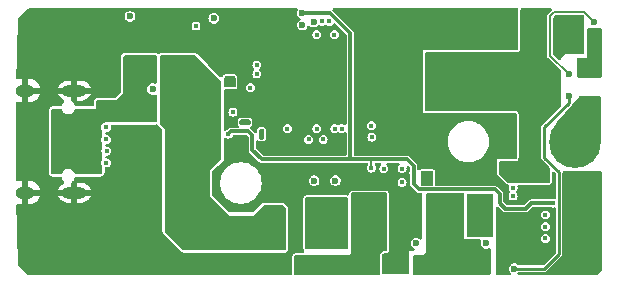
<source format=gbr>
%TF.GenerationSoftware,KiCad,Pcbnew,8.0.3*%
%TF.CreationDate,2024-10-12T12:31:44+02:00*%
%TF.ProjectId,Parkside-100W-Brick,5061726b-7369-4646-952d-313030572d42,rev?*%
%TF.SameCoordinates,Original*%
%TF.FileFunction,Copper,L8,Bot*%
%TF.FilePolarity,Positive*%
%FSLAX46Y46*%
G04 Gerber Fmt 4.6, Leading zero omitted, Abs format (unit mm)*
G04 Created by KiCad (PCBNEW 8.0.3) date 2024-10-12 12:31:44*
%MOMM*%
%LPD*%
G01*
G04 APERTURE LIST*
%TA.AperFunction,ComponentPad*%
%ADD10C,0.700000*%
%TD*%
%TA.AperFunction,ComponentPad*%
%ADD11C,4.400000*%
%TD*%
%TA.AperFunction,ComponentPad*%
%ADD12O,2.100000X1.000000*%
%TD*%
%TA.AperFunction,ComponentPad*%
%ADD13O,1.600000X1.000000*%
%TD*%
%TA.AperFunction,ComponentPad*%
%ADD14R,6.500000X1.500000*%
%TD*%
%TA.AperFunction,ViaPad*%
%ADD15C,0.600000*%
%TD*%
%TA.AperFunction,ViaPad*%
%ADD16C,0.450000*%
%TD*%
%TA.AperFunction,Conductor*%
%ADD17C,0.250000*%
%TD*%
%TA.AperFunction,Conductor*%
%ADD18C,0.300000*%
%TD*%
%TA.AperFunction,Conductor*%
%ADD19C,0.500000*%
%TD*%
%TA.AperFunction,Conductor*%
%ADD20C,0.200000*%
%TD*%
G04 APERTURE END LIST*
D10*
%TO.P,J1,1,Pin_1*%
%TO.N,Net-(J1-Pin_1)*%
X195850000Y-100000000D03*
X196333274Y-98833274D03*
X196333274Y-101166726D03*
X197500000Y-98350000D03*
D11*
X197500000Y-100000000D03*
D10*
X197500000Y-101650000D03*
X198666726Y-98833274D03*
X198666726Y-101166726D03*
X199150000Y-100000000D03*
%TD*%
D12*
%TO.P,J2,S1,SHIELD*%
%TO.N,GND*%
X155155000Y-95680000D03*
D13*
X150975000Y-95680000D03*
D12*
X155155000Y-104320000D03*
D13*
X150975000Y-104320000D03*
%TD*%
D10*
%TO.P,J3,1,Pin_1*%
%TO.N,GND*%
X156230000Y-90850000D03*
X157396726Y-91333274D03*
X155063274Y-91333274D03*
X157880000Y-92500000D03*
D11*
X156230000Y-92500000D03*
D10*
X154580000Y-92500000D03*
X157396726Y-93666726D03*
X155063274Y-93666726D03*
X156230000Y-94150000D03*
%TD*%
%TO.P,J6,1,Pin_1*%
%TO.N,GND*%
X156230000Y-109150000D03*
X155063274Y-108666726D03*
X157396726Y-108666726D03*
X154580000Y-107500000D03*
D11*
X156230000Y-107500000D03*
D10*
X157880000Y-107500000D03*
X155063274Y-106333274D03*
X157396726Y-106333274D03*
X156230000Y-105850000D03*
%TD*%
D14*
%TO.P,L1,1*%
%TO.N,/IP2368 Buck-Boost-Converter/HB2*%
X187100000Y-110500000D03*
%TO.P,L1,2*%
%TO.N,/IP2368 Buck-Boost-Converter/HB1*%
X177100000Y-110500000D03*
%TD*%
D15*
%TO.N,GND*%
X163500000Y-110500000D03*
X189000000Y-91500000D03*
X152500000Y-101500000D03*
X177000000Y-96000000D03*
X173000000Y-95000000D03*
X159000000Y-110500000D03*
X151500000Y-92500000D03*
X190275352Y-98975000D03*
X162000000Y-109000000D03*
X183000000Y-94500000D03*
X169250000Y-101450000D03*
X175000000Y-97000000D03*
X192200000Y-91600000D03*
X152500000Y-98500000D03*
X189525000Y-101775352D03*
X160500000Y-101500000D03*
D16*
X195025000Y-109200000D03*
D15*
X182200000Y-107025000D03*
X182933333Y-105700000D03*
X151500000Y-94000000D03*
X157500000Y-89500000D03*
X153000000Y-92500000D03*
X159000000Y-104500000D03*
X181100000Y-99600000D03*
D16*
X169550000Y-99850000D03*
D15*
X177000000Y-94000000D03*
X181500000Y-90000000D03*
X199500000Y-110500000D03*
X172500000Y-89190000D03*
X180400000Y-89200000D03*
X151500000Y-109000000D03*
X173000000Y-94000000D03*
X161850000Y-100100000D03*
X153000000Y-110500000D03*
X189000000Y-90000000D03*
X173000000Y-96000000D03*
X186000000Y-90000000D03*
X185800000Y-98800000D03*
X153000000Y-95500000D03*
X177000000Y-97000000D03*
X151000000Y-100000000D03*
X154500000Y-110500000D03*
X152500000Y-100000000D03*
X152500000Y-103000000D03*
X171025352Y-102475000D03*
X151500000Y-107500000D03*
X171000000Y-110500000D03*
X185250000Y-91600000D03*
X178800000Y-89200000D03*
X175000000Y-95000000D03*
X166500000Y-110500000D03*
X159500000Y-107000000D03*
X157750000Y-95000000D03*
X181500000Y-94500000D03*
D16*
X169850000Y-92275000D03*
D15*
X181100000Y-98800000D03*
X151000000Y-101500000D03*
X183000000Y-90000000D03*
X151000000Y-97000000D03*
X192200000Y-89200000D03*
X185800000Y-99600000D03*
X153000000Y-107500000D03*
X153000000Y-89500000D03*
X181500000Y-93000000D03*
X186000000Y-91500000D03*
X159000000Y-106000000D03*
X182933333Y-106350000D03*
X182200000Y-106350000D03*
X181100000Y-98000000D03*
X174000000Y-94000000D03*
X154500000Y-89500000D03*
X182200000Y-107700000D03*
X152500000Y-97000000D03*
X187500000Y-90000000D03*
X169250000Y-105550000D03*
X192200000Y-90000000D03*
X183666666Y-107025000D03*
X174000000Y-93000000D03*
X199500000Y-102900000D03*
X181900000Y-99600000D03*
X175000000Y-93000000D03*
X188500000Y-102050000D03*
X190550000Y-100000000D03*
X182933333Y-107025000D03*
X190275352Y-101025000D03*
X173000000Y-93000000D03*
X181900000Y-100400000D03*
X151500000Y-91000000D03*
X185250000Y-90800000D03*
X185250000Y-89200000D03*
X190500000Y-90000000D03*
X167474648Y-102475000D03*
X184500000Y-90000000D03*
X186724648Y-98975000D03*
X151500000Y-106000000D03*
X160300000Y-107000000D03*
X175000000Y-94000000D03*
D16*
X168675000Y-100275000D03*
D15*
X161100000Y-107000000D03*
X160500000Y-110500000D03*
X183666666Y-107700000D03*
X183666666Y-105700000D03*
X153000000Y-104500000D03*
X181900000Y-98000000D03*
X183000000Y-91500000D03*
X176000000Y-96000000D03*
X198300000Y-102900000D03*
X162000000Y-106000000D03*
X157500000Y-104500000D03*
X162000000Y-101500000D03*
X174000000Y-96000000D03*
X165000000Y-110500000D03*
X160500000Y-104500000D03*
X171300000Y-103500000D03*
X173000000Y-97000000D03*
X181500000Y-91500000D03*
X157500000Y-110500000D03*
X174000000Y-95000000D03*
X176000000Y-97000000D03*
X176000000Y-94000000D03*
X182925000Y-108375000D03*
X160900000Y-99300000D03*
D16*
X168075000Y-100275000D03*
D15*
X182933333Y-107700000D03*
X182200000Y-105700000D03*
X158500000Y-95000000D03*
X181100000Y-100400000D03*
X160500000Y-103000000D03*
X151500000Y-110500000D03*
X157000000Y-95000000D03*
D16*
X169350000Y-96775000D03*
D15*
X181900000Y-98800000D03*
X158500000Y-95750000D03*
X198300000Y-110500000D03*
X162000000Y-110500000D03*
X153000000Y-94000000D03*
X187475000Y-98224648D03*
X170275000Y-105275352D03*
X168000000Y-110500000D03*
X176000000Y-93000000D03*
X162000000Y-103000000D03*
X177000000Y-95000000D03*
X185000000Y-98000000D03*
X186724648Y-101025000D03*
X177000000Y-93000000D03*
X153000000Y-91000000D03*
X187475000Y-101775352D03*
X159000000Y-109000000D03*
X183666666Y-106350000D03*
X157750000Y-95750000D03*
X172500000Y-110500000D03*
X185250000Y-90000000D03*
X174000000Y-97000000D03*
X159000000Y-101500000D03*
X168225000Y-105275352D03*
X168225000Y-101724648D03*
X192200000Y-99300000D03*
X192200000Y-101200000D03*
X156000000Y-110500000D03*
X166962500Y-90350000D03*
X185800000Y-98000000D03*
X192200000Y-98400000D03*
X185000000Y-98800000D03*
D16*
X169850000Y-96775000D03*
D15*
X189525000Y-98224648D03*
X167474648Y-104525000D03*
X160500000Y-109000000D03*
X158800000Y-98850000D03*
X160500000Y-106000000D03*
X162000000Y-104500000D03*
X175000000Y-96000000D03*
X176000000Y-95000000D03*
X192200000Y-100300000D03*
X183666666Y-105050000D03*
X167200000Y-103500000D03*
X187500000Y-91500000D03*
X192200000Y-90800000D03*
X153000000Y-106000000D03*
X185000000Y-99600000D03*
X177800000Y-89200000D03*
X159000000Y-103000000D03*
X151000000Y-103000000D03*
D16*
X170900000Y-100450000D03*
D15*
X179050000Y-103300000D03*
X173650000Y-103300000D03*
X188500000Y-97950000D03*
X151000000Y-98500000D03*
X191750000Y-108750000D03*
X184500000Y-91500000D03*
X151500000Y-89500000D03*
X161900000Y-107000000D03*
X183000000Y-93000000D03*
X182850000Y-110850000D03*
X157000000Y-95750000D03*
X169500000Y-110500000D03*
X161050000Y-100100000D03*
X158500000Y-94250000D03*
X182191666Y-108375000D03*
X160250000Y-100100000D03*
X186450000Y-100000000D03*
X190500000Y-91500000D03*
X171025352Y-104525000D03*
X156000000Y-89500000D03*
X153000000Y-109000000D03*
X170275000Y-101724648D03*
%TO.N,Net-(J1-Pin_1)*%
X198100000Y-96400000D03*
X198100000Y-97050000D03*
X199400000Y-96400000D03*
X198750000Y-97700000D03*
X198750000Y-97050000D03*
X199400000Y-97050000D03*
X199400000Y-97700000D03*
X199400000Y-98350000D03*
X198750000Y-96400000D03*
%TO.N,/IP2368 Buck-Boost-Converter/HB2*%
X186750000Y-107000000D03*
X186750000Y-108500000D03*
X186000000Y-104750000D03*
X187500000Y-104750000D03*
X185250000Y-107750000D03*
X186750000Y-107750000D03*
X186000000Y-107000000D03*
X186000000Y-106250000D03*
X186750000Y-105500000D03*
X186000000Y-105500000D03*
X187500000Y-107750000D03*
X187500000Y-107000000D03*
X187500000Y-106250000D03*
X186000000Y-108500000D03*
X185250000Y-108500000D03*
X186750000Y-104750000D03*
D16*
X176220000Y-99800000D03*
D15*
X185250000Y-105500000D03*
X187500000Y-108500000D03*
X185250000Y-106250000D03*
X185250000Y-104750000D03*
X187500000Y-105500000D03*
X186750000Y-106250000D03*
X186000000Y-107750000D03*
X185250000Y-107000000D03*
%TO.N,/IP2368 Buck-Boost-Converter/HB1*%
X179000000Y-109250000D03*
X181250000Y-104750000D03*
X179750000Y-107000000D03*
X181250000Y-106250000D03*
X179000000Y-107750000D03*
X181250000Y-107000000D03*
X179000000Y-107000000D03*
X179750000Y-107750000D03*
X180500000Y-109250000D03*
X180500000Y-107000000D03*
X179750000Y-106250000D03*
X179000000Y-104750000D03*
X180500000Y-105500000D03*
X179750000Y-104750000D03*
X179750000Y-108500000D03*
D16*
X174980000Y-99800000D03*
D15*
X180500000Y-107750000D03*
X180500000Y-104750000D03*
X181250000Y-105500000D03*
X179750000Y-109250000D03*
X179000000Y-106250000D03*
X181250000Y-108500000D03*
X179000000Y-105500000D03*
X180500000Y-108500000D03*
X180500000Y-106250000D03*
X181250000Y-107750000D03*
X179000000Y-108500000D03*
X179750000Y-105500000D03*
D16*
%TO.N,/Battery Interface/I^{2}C_INT*%
X195025000Y-108200000D03*
X170600000Y-93510000D03*
%TO.N,+5V*%
X185300000Y-103500000D03*
X184750000Y-102700000D03*
X184750000Y-103500000D03*
X168075000Y-95175000D03*
D15*
X177250000Y-103300000D03*
X175450000Y-103300000D03*
D16*
X168075000Y-94675000D03*
X171000000Y-99150000D03*
X168575000Y-94675000D03*
X168575000Y-95175000D03*
X185300000Y-102700000D03*
X171000000Y-99600000D03*
X185025000Y-103100000D03*
%TO.N,/IP2368 Buck-Boost-Converter/HLED*%
X170600000Y-94275000D03*
X165450000Y-90210000D03*
%TO.N,/Connector/PORT1_D+*%
X157875000Y-100800000D03*
X176725000Y-89825000D03*
D15*
%TO.N,/Connector/PORT1_CC2*%
X166962500Y-89550000D03*
D16*
X157850000Y-101800000D03*
X177175000Y-90950000D03*
%TO.N,/Connector/PORT1_CC1*%
X157850000Y-98800000D03*
X175675000Y-90950000D03*
D15*
X159862500Y-89400000D03*
%TO.N,/IP2368 Buck-Boost-Converter/HB_IN*%
X176500000Y-105750000D03*
X175000000Y-108750000D03*
X175000000Y-108000000D03*
X175750000Y-105750000D03*
X175750000Y-106500000D03*
X176500000Y-107250000D03*
X175750000Y-108000000D03*
X178000000Y-108750000D03*
X178000000Y-108000000D03*
X176500000Y-108000000D03*
X175000000Y-106500000D03*
X175750000Y-108750000D03*
X176500000Y-108750000D03*
D16*
X173175000Y-98900000D03*
D15*
X177250000Y-108750000D03*
X175750000Y-107250000D03*
X177250000Y-108000000D03*
X178000000Y-107250000D03*
X176500000Y-106500000D03*
X177250000Y-106500000D03*
X177250000Y-105750000D03*
X175000000Y-107250000D03*
X178000000Y-105000000D03*
X178000000Y-105750000D03*
X175000000Y-105750000D03*
X178000000Y-106500000D03*
X177250000Y-107250000D03*
D16*
%TO.N,/IP2368 Buck-Boost-Converter/LG2*%
X175680000Y-98895000D03*
D15*
X184090005Y-108605004D03*
%TO.N,/IP2368 Buck-Boost-Converter/HB_BAT*%
X190250000Y-107000000D03*
D16*
X192300000Y-104600000D03*
D15*
X190250000Y-104750000D03*
X188750000Y-106250000D03*
X188750000Y-107750000D03*
X189500000Y-104750000D03*
X189500000Y-107000000D03*
X188750000Y-105500000D03*
X188750000Y-104750000D03*
D16*
X180335000Y-99620000D03*
D15*
X189500000Y-106250000D03*
X190250000Y-106250000D03*
D16*
X177800000Y-98900000D03*
D15*
X190250000Y-105500000D03*
X188750000Y-107000000D03*
X189500000Y-105500000D03*
D16*
%TO.N,/IP2368 Buck-Boost-Converter/HG2*%
X177200000Y-98900000D03*
D15*
X190009995Y-108605004D03*
D16*
%TO.N,/Connector/PORT1_D-*%
X157850000Y-99800000D03*
X176125000Y-89814070D03*
D15*
%TO.N,/Connector/POWER_VBUS*%
X158925000Y-96825000D03*
X153500000Y-98000000D03*
X160900000Y-96300000D03*
X154500000Y-100000000D03*
X161150000Y-93150000D03*
X161150000Y-93850000D03*
X160900000Y-97000000D03*
X157575000Y-97525000D03*
X158925000Y-97525000D03*
X158250000Y-96825000D03*
X160900000Y-95600000D03*
X159600000Y-95250000D03*
X159600000Y-96650000D03*
X160450000Y-93850000D03*
X160275000Y-97350000D03*
X159750000Y-93850000D03*
X154500000Y-99000000D03*
X153500000Y-100000000D03*
X154500000Y-101000000D03*
X161150000Y-94550000D03*
X153500000Y-99000000D03*
X159600000Y-97350000D03*
X154750000Y-102000000D03*
X153500000Y-102000000D03*
X159600000Y-95950000D03*
X160275000Y-95950000D03*
X160450000Y-93150000D03*
X160275000Y-96650000D03*
X159750000Y-94550000D03*
X158250000Y-97525000D03*
X160275000Y-95250000D03*
X153500000Y-101000000D03*
X160450000Y-94550000D03*
X154750000Y-98000000D03*
%TO.N,/Battery Interface/VBAT*%
X199500000Y-94075000D03*
X198825000Y-92050000D03*
X198150000Y-94075000D03*
X198825000Y-94075000D03*
X199500000Y-92725000D03*
X199500000Y-92050000D03*
X199500000Y-90700000D03*
X198150000Y-93400000D03*
X198825000Y-91375000D03*
X198825000Y-93400000D03*
X199500000Y-93400000D03*
X198825000Y-92725000D03*
X198825000Y-90700000D03*
X199500000Y-91375000D03*
%TO.N,+3.3V*%
X174450000Y-89090000D03*
D16*
X180300000Y-102240000D03*
X195650000Y-105200000D03*
X183900000Y-102625000D03*
X168200000Y-99367500D03*
D15*
%TO.N,/IP2368 Buck-Boost-Converter/BAT*%
X192000000Y-93500000D03*
X193500000Y-98500000D03*
X194900000Y-92000000D03*
X193500000Y-100750000D03*
X194250000Y-100750000D03*
X197975000Y-90950000D03*
X193500000Y-95000000D03*
X196025000Y-89650000D03*
X193500000Y-97750000D03*
X194900000Y-90500000D03*
X196675000Y-89650000D03*
X187500000Y-95000000D03*
X193500000Y-96500000D03*
X197325000Y-90950000D03*
X193500000Y-89000000D03*
X194250000Y-97750000D03*
X192750000Y-102250000D03*
X197325000Y-92250000D03*
X192200000Y-94400000D03*
X196025000Y-92250000D03*
X196025000Y-90950000D03*
X192200000Y-95200000D03*
X193500000Y-102250000D03*
X194250000Y-102250000D03*
X194250000Y-101500000D03*
D16*
X192300000Y-103900000D03*
D15*
X197975000Y-89650000D03*
X196025000Y-90300000D03*
X195000000Y-96500000D03*
X192200000Y-96800000D03*
X186000000Y-95000000D03*
X189000000Y-96500000D03*
X185250000Y-96800000D03*
X195000000Y-103000000D03*
X192000000Y-102250000D03*
X195000000Y-95000000D03*
X196675000Y-90300000D03*
X194900000Y-89000000D03*
X197325000Y-89650000D03*
X187500000Y-96500000D03*
X189000000Y-93500000D03*
X197975000Y-91600000D03*
X187500000Y-93500000D03*
X189000000Y-95000000D03*
X195000000Y-93500000D03*
X192200000Y-96000000D03*
X194250000Y-99250000D03*
X186000000Y-96500000D03*
X190500000Y-93500000D03*
X193500000Y-92000000D03*
X193500000Y-93500000D03*
X194250000Y-103000000D03*
X196025000Y-91600000D03*
X197325000Y-90300000D03*
X197975000Y-90300000D03*
X193500000Y-103000000D03*
X196675000Y-92250000D03*
X190500000Y-95000000D03*
X195000000Y-102250000D03*
X192750000Y-103000000D03*
D16*
X180305000Y-98650000D03*
D15*
X194250000Y-98500000D03*
X193500000Y-99250000D03*
X194250000Y-100000000D03*
X197975000Y-92250000D03*
X185250000Y-94400000D03*
X193500000Y-90500000D03*
X190500000Y-96500000D03*
X197325000Y-91600000D03*
X186000000Y-93500000D03*
X193500000Y-101500000D03*
X185250000Y-95200000D03*
X185250000Y-96000000D03*
X196675000Y-90950000D03*
X196675000Y-91600000D03*
X193500000Y-100000000D03*
D16*
%TO.N,/IP2368 Buck-Boost-Converter/VBUS_G*%
X170050000Y-95425000D03*
D15*
X161800000Y-95550000D03*
%TO.N,Net-(Q3-D)*%
X197000000Y-96160000D03*
X192400000Y-110750000D03*
%TO.N,Net-(Q5-G)*%
X197000000Y-94310000D03*
X199150000Y-89850000D03*
%TO.N,/IP2368 Buck-Boost-Converter/CSP1*%
X166200000Y-94800000D03*
X163500000Y-101750000D03*
X165500000Y-108750000D03*
X164500000Y-101750000D03*
X163500000Y-99750000D03*
X163500000Y-106750000D03*
X165675000Y-93400000D03*
X165500000Y-103750000D03*
X164100000Y-95500000D03*
X164800000Y-96200000D03*
X163500000Y-103750000D03*
X164500000Y-108750000D03*
X166250000Y-100100000D03*
X167690000Y-106300000D03*
X164500000Y-105750000D03*
X163400000Y-96200000D03*
X162700000Y-96200000D03*
X168500000Y-108750000D03*
X167100000Y-107000000D03*
X162700000Y-93400000D03*
X167275000Y-96225000D03*
X163500000Y-104750000D03*
X166500000Y-105750000D03*
X162700000Y-95500000D03*
X166300000Y-107000000D03*
X163500000Y-107750000D03*
X165500000Y-95500000D03*
X167500000Y-108750000D03*
X170820000Y-106300000D03*
X172500000Y-108750000D03*
X165500000Y-98750000D03*
X164650000Y-100100000D03*
X170500000Y-107750000D03*
X163500000Y-105750000D03*
X164800000Y-94100000D03*
X164100000Y-96200000D03*
X167300000Y-98800000D03*
X162700000Y-94100000D03*
X163400000Y-94800000D03*
X165500000Y-102750000D03*
X169500000Y-107750000D03*
X166900000Y-97900000D03*
X163400000Y-94100000D03*
X163900000Y-97900000D03*
X172375000Y-105725000D03*
X165500000Y-107000000D03*
X164100000Y-93400000D03*
X164900000Y-97900000D03*
D16*
X169350000Y-98350000D03*
X169850000Y-98350000D03*
D15*
X166500000Y-101750000D03*
X167050000Y-100100000D03*
X166500000Y-108750000D03*
X164800000Y-95500000D03*
X164500000Y-103750000D03*
X165500000Y-105750000D03*
X162900000Y-97900000D03*
X164100000Y-94100000D03*
X169500000Y-108750000D03*
X162700000Y-94800000D03*
X171500000Y-106750000D03*
X166200000Y-96200000D03*
X165450000Y-100100000D03*
X164100000Y-94800000D03*
X166200000Y-95500000D03*
X164500000Y-102750000D03*
X171500000Y-107750000D03*
X170500000Y-108750000D03*
X163400000Y-95500000D03*
X166500000Y-94200000D03*
X165900000Y-97900000D03*
X163500000Y-102750000D03*
X164800000Y-94800000D03*
X163500000Y-98750000D03*
X165500000Y-94800000D03*
X167275000Y-95050000D03*
X168500000Y-107750000D03*
X164500000Y-104750000D03*
X166500000Y-98750000D03*
X165500000Y-101750000D03*
X165500000Y-104750000D03*
X164700000Y-107000000D03*
X163500000Y-100750000D03*
X172500000Y-107750000D03*
X165500000Y-96200000D03*
X171500000Y-108750000D03*
X165500000Y-94100000D03*
X169250000Y-106710000D03*
X164800000Y-93400000D03*
X163400000Y-93400000D03*
X164500000Y-98750000D03*
D16*
%TO.N,/Battery Interface/I^{2}C_SDA*%
X182900000Y-102300000D03*
X195025000Y-107200000D03*
D15*
X175400000Y-89850000D03*
D16*
%TO.N,/Battery Interface/I^{2}C_SCL*%
X195025000Y-106200000D03*
X181350000Y-102300000D03*
D15*
X174450000Y-90110000D03*
D16*
%TO.N,Net-(R25-C)*%
X168575000Y-97500000D03*
X182900000Y-103450000D03*
%TD*%
D17*
%TO.N,Net-(Q3-D)*%
X197000000Y-96160000D02*
X197000000Y-96700000D01*
X194950000Y-98750000D02*
X194950000Y-101350000D01*
X197000000Y-96700000D02*
X194950000Y-98750000D01*
X194950000Y-101350000D02*
X196200000Y-102600000D01*
X196200000Y-102600000D02*
X196200000Y-109500000D01*
X196200000Y-109500000D02*
X194950000Y-110750000D01*
X194950000Y-110750000D02*
X192400000Y-110750000D01*
D18*
%TO.N,+3.3V*%
X180300000Y-101500000D02*
X183300000Y-101500000D01*
X183300000Y-101500000D02*
X183900000Y-102100000D01*
X183900000Y-102100000D02*
X183900000Y-102625000D01*
X183900000Y-102625000D02*
X183900000Y-103600000D01*
X183900000Y-103600000D02*
X184350000Y-104050000D01*
X184350000Y-104050000D02*
X190750000Y-104050000D01*
X190750000Y-104050000D02*
X190900000Y-104200000D01*
X190900000Y-104200000D02*
X191162500Y-104462500D01*
X191162500Y-104462500D02*
X191162500Y-105212500D01*
X191625000Y-105675000D02*
X193350000Y-105675000D01*
X191162500Y-105212500D02*
X191625000Y-105675000D01*
X193350000Y-105675000D02*
X193825000Y-105200000D01*
X193825000Y-105200000D02*
X195650000Y-105200000D01*
D19*
%TO.N,GND*%
X155155000Y-95680000D02*
X155155000Y-94755000D01*
X155155000Y-104320000D02*
X155155000Y-105345000D01*
D20*
%TO.N,/Connector/PORT1_D+*%
X176725000Y-89825000D02*
X176655001Y-89894999D01*
%TO.N,/Connector/PORT1_D-*%
X176125000Y-89814070D02*
X176204999Y-89894069D01*
D18*
%TO.N,+3.3V*%
X170200000Y-100675000D02*
X170200000Y-99450000D01*
X171025000Y-101500000D02*
X170200000Y-100675000D01*
X178225000Y-101500000D02*
X174700000Y-101500000D01*
X169875000Y-99125000D02*
X168442500Y-99125000D01*
X176790000Y-89090000D02*
X178500000Y-90800000D01*
X178225000Y-101500000D02*
X180300000Y-101500000D01*
X170200000Y-99450000D02*
X169875000Y-99125000D01*
X174450000Y-89090000D02*
X176790000Y-89090000D01*
X174700000Y-101500000D02*
X171025000Y-101500000D01*
D20*
X180300000Y-102240000D02*
X180300000Y-101500000D01*
D18*
X168442500Y-99125000D02*
X168200000Y-99367500D01*
X178500000Y-101500000D02*
X178225000Y-101500000D01*
X178500000Y-90800000D02*
X178500000Y-101500000D01*
D20*
%TO.N,Net-(Q5-G)*%
X195450000Y-92760000D02*
X197000000Y-94310000D01*
X195800000Y-89000000D02*
X195450000Y-89350000D01*
X198300000Y-89000000D02*
X195800000Y-89000000D01*
X195450000Y-89350000D02*
X195450000Y-92760000D01*
X199150000Y-89850000D02*
X198300000Y-89000000D01*
%TD*%
%TA.AperFunction,Conductor*%
%TO.N,+5V*%
G36*
X171168039Y-98944685D02*
G01*
X171213794Y-98997489D01*
X171225000Y-99049000D01*
X171225000Y-99701000D01*
X171205315Y-99768039D01*
X171152511Y-99813794D01*
X171101000Y-99825000D01*
X170899000Y-99825000D01*
X170831961Y-99805315D01*
X170786206Y-99752511D01*
X170775000Y-99701000D01*
X170775000Y-99049000D01*
X170794685Y-98981961D01*
X170847489Y-98936206D01*
X170899000Y-98925000D01*
X171101000Y-98925000D01*
X171168039Y-98944685D01*
G37*
%TD.AperFunction*%
%TD*%
%TA.AperFunction,Conductor*%
%TO.N,Net-(J1-Pin_1)*%
G36*
X199643039Y-96119685D02*
G01*
X199688794Y-96172489D01*
X199700000Y-96224000D01*
X199700000Y-99876000D01*
X199680315Y-99943039D01*
X199627511Y-99988794D01*
X199576000Y-100000000D01*
X197551362Y-100000000D01*
X197484323Y-99980315D01*
X197463681Y-99963681D01*
X196031906Y-98531906D01*
X195998421Y-98470583D01*
X196003405Y-98400891D01*
X196026140Y-98362717D01*
X197962938Y-96142486D01*
X198021842Y-96104907D01*
X198056381Y-96100000D01*
X199576000Y-96100000D01*
X199643039Y-96119685D01*
G37*
%TD.AperFunction*%
%TD*%
%TA.AperFunction,Conductor*%
%TO.N,/IP2368 Buck-Boost-Converter/CSP1*%
G36*
X170018039Y-98144685D02*
G01*
X170063794Y-98197489D01*
X170075000Y-98249000D01*
X170075000Y-98451000D01*
X170055315Y-98518039D01*
X170002511Y-98563794D01*
X169951000Y-98575000D01*
X169249000Y-98575000D01*
X169181961Y-98555315D01*
X169136206Y-98502511D01*
X169125000Y-98451000D01*
X169125000Y-98249000D01*
X169144685Y-98181961D01*
X169197489Y-98136206D01*
X169249000Y-98125000D01*
X169951000Y-98125000D01*
X170018039Y-98144685D01*
G37*
%TD.AperFunction*%
%TD*%
%TA.AperFunction,Conductor*%
%TO.N,+5V*%
G36*
X168743039Y-94469685D02*
G01*
X168788794Y-94522489D01*
X168800000Y-94574000D01*
X168800000Y-95276000D01*
X168780315Y-95343039D01*
X168727511Y-95388794D01*
X168676000Y-95400000D01*
X167974000Y-95400000D01*
X167906961Y-95380315D01*
X167861206Y-95327511D01*
X167850000Y-95276000D01*
X167850000Y-94574000D01*
X167869685Y-94506961D01*
X167922489Y-94461206D01*
X167974000Y-94450000D01*
X168676000Y-94450000D01*
X168743039Y-94469685D01*
G37*
%TD.AperFunction*%
%TD*%
%TA.AperFunction,Conductor*%
%TO.N,/IP2368 Buck-Boost-Converter/HB1*%
G36*
X181568039Y-104319685D02*
G01*
X181613794Y-104372489D01*
X181625000Y-104424000D01*
X181625000Y-109176000D01*
X181605315Y-109243039D01*
X181552511Y-109288794D01*
X181501000Y-109300000D01*
X181249999Y-109300000D01*
X181050000Y-109499999D01*
X181050000Y-111175500D01*
X181030315Y-111242539D01*
X180977511Y-111288294D01*
X180926000Y-111299500D01*
X173899000Y-111299500D01*
X173831961Y-111279815D01*
X173786206Y-111227011D01*
X173775000Y-111175500D01*
X173775000Y-109724000D01*
X173794685Y-109656961D01*
X173847489Y-109611206D01*
X173899000Y-109600000D01*
X178400000Y-109600000D01*
X178575000Y-109400000D01*
X178575000Y-104424000D01*
X178594685Y-104356961D01*
X178647489Y-104311206D01*
X178699000Y-104300000D01*
X181501000Y-104300000D01*
X181568039Y-104319685D01*
G37*
%TD.AperFunction*%
%TD*%
%TA.AperFunction,Conductor*%
%TO.N,/Battery Interface/VBAT*%
G36*
X199742539Y-90419685D02*
G01*
X199788294Y-90472489D01*
X199799500Y-90524000D01*
X199799500Y-94451000D01*
X199779815Y-94518039D01*
X199727011Y-94563794D01*
X199675500Y-94575000D01*
X197824000Y-94575000D01*
X197756961Y-94555315D01*
X197711206Y-94502511D01*
X197700000Y-94451000D01*
X197700000Y-93024000D01*
X197719685Y-92956961D01*
X197772489Y-92911206D01*
X197824000Y-92900000D01*
X198525000Y-92900000D01*
X198525000Y-90524000D01*
X198544685Y-90456961D01*
X198597489Y-90411206D01*
X198649000Y-90400000D01*
X199675500Y-90400000D01*
X199742539Y-90419685D01*
G37*
%TD.AperFunction*%
%TD*%
%TA.AperFunction,Conductor*%
%TO.N,/IP2368 Buck-Boost-Converter/CSP1*%
G36*
X165415677Y-92719685D02*
G01*
X165436319Y-92736319D01*
X167563291Y-94863291D01*
X167596776Y-94924614D01*
X167599606Y-94951911D01*
X167550384Y-101449188D01*
X167530193Y-101516077D01*
X167514069Y-101535930D01*
X166600000Y-102449999D01*
X166600000Y-102450000D01*
X166600000Y-104600000D01*
X168300000Y-106300000D01*
X170250000Y-106300000D01*
X171113681Y-105436319D01*
X171175004Y-105402834D01*
X171201362Y-105400000D01*
X172773638Y-105400000D01*
X172840677Y-105419685D01*
X172861319Y-105436319D01*
X173013681Y-105588681D01*
X173047166Y-105650004D01*
X173050000Y-105676362D01*
X173050000Y-109076000D01*
X173030315Y-109143039D01*
X172977511Y-109188794D01*
X172926000Y-109200000D01*
X164451362Y-109200000D01*
X164384323Y-109180315D01*
X164363681Y-109163681D01*
X162836319Y-107636319D01*
X162802834Y-107574996D01*
X162800000Y-107548638D01*
X162800000Y-98900000D01*
X162436319Y-98536319D01*
X162402834Y-98474996D01*
X162400000Y-98448638D01*
X162400000Y-92824000D01*
X162419685Y-92756961D01*
X162472489Y-92711206D01*
X162524000Y-92700000D01*
X165348638Y-92700000D01*
X165415677Y-92719685D01*
G37*
%TD.AperFunction*%
%TD*%
%TA.AperFunction,Conductor*%
%TO.N,/IP2368 Buck-Boost-Converter/HB2*%
G36*
X188118039Y-104370185D02*
G01*
X188163794Y-104422989D01*
X188175000Y-104474500D01*
X188175000Y-108275000D01*
X189472499Y-108275000D01*
X189539538Y-108294685D01*
X189585293Y-108347489D01*
X189595237Y-108416647D01*
X189585294Y-108450510D01*
X189573297Y-108476778D01*
X189554862Y-108605004D01*
X189573297Y-108733229D01*
X189627112Y-108851065D01*
X189627113Y-108851067D01*
X189711946Y-108948971D01*
X189820926Y-109019008D01*
X189820933Y-109019010D01*
X189945220Y-109055503D01*
X189945222Y-109055504D01*
X189945223Y-109055504D01*
X190074768Y-109055504D01*
X190074768Y-109055503D01*
X190153567Y-109032366D01*
X190199058Y-109019010D01*
X190199058Y-109019009D01*
X190199064Y-109019008D01*
X190208962Y-109012646D01*
X190275997Y-108992962D01*
X190343037Y-109012645D01*
X190388793Y-109065447D01*
X190400000Y-109116962D01*
X190400000Y-111175500D01*
X190380315Y-111242539D01*
X190327511Y-111288294D01*
X190276000Y-111299500D01*
X183924000Y-111299500D01*
X183856961Y-111279815D01*
X183811206Y-111227011D01*
X183800000Y-111175500D01*
X183800000Y-109724000D01*
X183819685Y-109656961D01*
X183872489Y-109611206D01*
X183924000Y-109600000D01*
X184700000Y-109600000D01*
X184900000Y-109400000D01*
X184900000Y-104474500D01*
X184919685Y-104407461D01*
X184972489Y-104361706D01*
X185024000Y-104350500D01*
X188051000Y-104350500D01*
X188118039Y-104370185D01*
G37*
%TD.AperFunction*%
%TD*%
%TA.AperFunction,Conductor*%
%TO.N,GND*%
G36*
X153662500Y-103231250D02*
G01*
X153800000Y-103300000D01*
X153863953Y-103242442D01*
X154181186Y-103260066D01*
X154273018Y-103351898D01*
X154306503Y-103413221D01*
X154301519Y-103482913D01*
X154259647Y-103538846D01*
X154232793Y-103554139D01*
X154202371Y-103566740D01*
X154063160Y-103659758D01*
X154063152Y-103659764D01*
X153944764Y-103778152D01*
X153944758Y-103778160D01*
X153851740Y-103917371D01*
X153851740Y-103917372D01*
X153788520Y-104069999D01*
X153788520Y-104070000D01*
X154438012Y-104070000D01*
X154420795Y-104079940D01*
X154364940Y-104135795D01*
X154325444Y-104204204D01*
X154305000Y-104280504D01*
X154305000Y-104359496D01*
X154325444Y-104435796D01*
X154364940Y-104504205D01*
X154420795Y-104560060D01*
X154438012Y-104570000D01*
X153788520Y-104570000D01*
X153851740Y-104722627D01*
X153851740Y-104722628D01*
X153944758Y-104861839D01*
X153944764Y-104861847D01*
X154015326Y-104932409D01*
X153339908Y-104941662D01*
X153489908Y-103221662D01*
X153662500Y-103231250D01*
G37*
%TD.AperFunction*%
%TA.AperFunction,Conductor*%
G36*
X156439908Y-103671662D02*
G01*
X156989908Y-103671662D01*
X156989908Y-104891662D01*
X156326328Y-104900752D01*
X156365240Y-104861841D01*
X156365241Y-104861839D01*
X156458259Y-104722628D01*
X156458259Y-104722627D01*
X156521480Y-104570000D01*
X155871988Y-104570000D01*
X155889205Y-104560060D01*
X155945060Y-104504205D01*
X155984556Y-104435796D01*
X156005000Y-104359496D01*
X156005000Y-104280504D01*
X155984556Y-104204204D01*
X155945060Y-104135795D01*
X155889205Y-104079940D01*
X155871988Y-104070000D01*
X156521480Y-104070000D01*
X156521479Y-104069999D01*
X156458259Y-103917372D01*
X156458259Y-103917371D01*
X156365241Y-103778160D01*
X156365235Y-103778152D01*
X156246847Y-103659764D01*
X156246839Y-103659758D01*
X156107628Y-103566740D01*
X155952936Y-103502665D01*
X155952928Y-103502663D01*
X155788721Y-103470000D01*
X155405000Y-103470000D01*
X155405000Y-104020000D01*
X154905000Y-104020000D01*
X154905000Y-103464463D01*
X154924685Y-103397424D01*
X154966998Y-103357077D01*
X154978365Y-103350515D01*
X155022096Y-103306783D01*
X155289908Y-103321662D01*
X155789908Y-103271662D01*
X156439908Y-103671662D01*
G37*
%TD.AperFunction*%
%TD*%
%TA.AperFunction,Conductor*%
%TO.N,GND*%
G36*
X156450000Y-95250000D02*
G01*
X156800000Y-95250000D01*
X156800000Y-96585750D01*
X156794500Y-96624003D01*
X156794500Y-96870500D01*
X156774815Y-96937539D01*
X156722011Y-96983294D01*
X156670500Y-96994500D01*
X155291835Y-96994500D01*
X155290206Y-96994567D01*
X155289934Y-96994500D01*
X155289251Y-96994500D01*
X155289251Y-96994330D01*
X155222406Y-96977689D01*
X155174494Y-96926834D01*
X155165275Y-96902773D01*
X155161281Y-96887865D01*
X155085515Y-96756635D01*
X154978365Y-96649485D01*
X154966998Y-96642922D01*
X154918783Y-96592354D01*
X154905000Y-96535536D01*
X154905000Y-95980000D01*
X155405000Y-95980000D01*
X155405000Y-96530000D01*
X155788720Y-96530000D01*
X155788722Y-96529999D01*
X155952928Y-96497336D01*
X155952936Y-96497334D01*
X156107627Y-96433259D01*
X156107628Y-96433259D01*
X156246839Y-96340241D01*
X156246847Y-96340235D01*
X156365235Y-96221847D01*
X156365241Y-96221839D01*
X156458259Y-96082628D01*
X156458259Y-96082627D01*
X156521480Y-95930000D01*
X155871988Y-95930000D01*
X155889205Y-95920060D01*
X155945060Y-95864205D01*
X155984556Y-95795796D01*
X156005000Y-95719496D01*
X156005000Y-95640504D01*
X155984556Y-95564204D01*
X155945060Y-95495795D01*
X155889205Y-95439940D01*
X155871988Y-95430000D01*
X156521480Y-95430000D01*
X156521479Y-95429999D01*
X156458260Y-95277375D01*
X156432964Y-95239516D01*
X156450000Y-95250000D01*
G37*
%TD.AperFunction*%
%TA.AperFunction,Conductor*%
G36*
X154416204Y-94850900D02*
G01*
X154357069Y-94862663D01*
X154357063Y-94862665D01*
X154202372Y-94926740D01*
X154202371Y-94926740D01*
X154063160Y-95019758D01*
X154063152Y-95019764D01*
X153944764Y-95138152D01*
X153944758Y-95138160D01*
X153851740Y-95277371D01*
X153851740Y-95277372D01*
X153788520Y-95429999D01*
X153788520Y-95430000D01*
X154438012Y-95430000D01*
X154420795Y-95439940D01*
X154364940Y-95495795D01*
X154325444Y-95564204D01*
X154305000Y-95640504D01*
X154305000Y-95719496D01*
X154325444Y-95795796D01*
X154364940Y-95864205D01*
X154420795Y-95920060D01*
X154438012Y-95930000D01*
X153788520Y-95930000D01*
X153851740Y-96082627D01*
X153851740Y-96082628D01*
X153944758Y-96221839D01*
X153944764Y-96221847D01*
X154063152Y-96340235D01*
X154063160Y-96340241D01*
X154202372Y-96433259D01*
X154232790Y-96445859D01*
X154287193Y-96489700D01*
X154309258Y-96555994D01*
X154291979Y-96623694D01*
X154273019Y-96648101D01*
X154164485Y-96756635D01*
X154088719Y-96887863D01*
X154084726Y-96902766D01*
X154048358Y-96962425D01*
X153985510Y-96992952D01*
X153962594Y-96994045D01*
X153962594Y-96994500D01*
X153917500Y-96994500D01*
X153359306Y-96957287D01*
X153500000Y-94800000D01*
X154416204Y-94850900D01*
G37*
%TD.AperFunction*%
%TD*%
%TA.AperFunction,Conductor*%
%TO.N,GND*%
G36*
X152500000Y-94550000D02*
G01*
X152500000Y-96750000D01*
X150200919Y-96750000D01*
X150220185Y-96684388D01*
X150272989Y-96638633D01*
X150342147Y-96628689D01*
X150371954Y-96636866D01*
X150383314Y-96641571D01*
X150383318Y-96641572D01*
X150576504Y-96679999D01*
X150576508Y-96680000D01*
X150725000Y-96680000D01*
X150725000Y-95980000D01*
X151225000Y-95980000D01*
X151225000Y-96680000D01*
X151373492Y-96680000D01*
X151373495Y-96679999D01*
X151566681Y-96641572D01*
X151566693Y-96641569D01*
X151748671Y-96566192D01*
X151748684Y-96566185D01*
X151912462Y-96456751D01*
X151912466Y-96456748D01*
X152051748Y-96317466D01*
X152051751Y-96317462D01*
X152161185Y-96153684D01*
X152161192Y-96153671D01*
X152236569Y-95971692D01*
X152236569Y-95971690D01*
X152244862Y-95930000D01*
X151441988Y-95930000D01*
X151459205Y-95920060D01*
X151515060Y-95864205D01*
X151554556Y-95795796D01*
X151575000Y-95719496D01*
X151575000Y-95640504D01*
X151554556Y-95564204D01*
X151515060Y-95495795D01*
X151459205Y-95439940D01*
X151441988Y-95430000D01*
X152244862Y-95430000D01*
X152236569Y-95388309D01*
X152236569Y-95388307D01*
X152161192Y-95206328D01*
X152161185Y-95206315D01*
X152051751Y-95042537D01*
X152051748Y-95042533D01*
X151912466Y-94903251D01*
X151912462Y-94903248D01*
X151748684Y-94793814D01*
X151748671Y-94793807D01*
X151566693Y-94718430D01*
X151566681Y-94718427D01*
X151373495Y-94680000D01*
X151225000Y-94680000D01*
X151225000Y-95380000D01*
X150725000Y-95380000D01*
X150725000Y-94680000D01*
X150576504Y-94680000D01*
X150377337Y-94719617D01*
X150376845Y-94717144D01*
X150317996Y-94717661D01*
X150258889Y-94680403D01*
X150229308Y-94617104D01*
X150227954Y-94594264D01*
X150229090Y-94560077D01*
X150229123Y-94559828D01*
X150229519Y-94547723D01*
X150229520Y-94547722D01*
X150230771Y-94509477D01*
X152500000Y-94550000D01*
G37*
%TD.AperFunction*%
%TD*%
%TA.AperFunction,Conductor*%
%TO.N,GND*%
G36*
X152500000Y-103200000D02*
G01*
X152500000Y-105400000D01*
X150229433Y-105400000D01*
X150245402Y-105338080D01*
X150296657Y-105290596D01*
X150365447Y-105278362D01*
X150377256Y-105280781D01*
X150377336Y-105280383D01*
X150576504Y-105319999D01*
X150576508Y-105320000D01*
X150725000Y-105320000D01*
X150725000Y-104620000D01*
X151225000Y-104620000D01*
X151225000Y-105320000D01*
X151373492Y-105320000D01*
X151373495Y-105319999D01*
X151566681Y-105281572D01*
X151566693Y-105281569D01*
X151748671Y-105206192D01*
X151748684Y-105206185D01*
X151912462Y-105096751D01*
X151912466Y-105096748D01*
X152051748Y-104957466D01*
X152051751Y-104957462D01*
X152161185Y-104793684D01*
X152161192Y-104793671D01*
X152236569Y-104611692D01*
X152236569Y-104611690D01*
X152244862Y-104570000D01*
X151441988Y-104570000D01*
X151459205Y-104560060D01*
X151515060Y-104504205D01*
X151554556Y-104435796D01*
X151575000Y-104359496D01*
X151575000Y-104280504D01*
X151554556Y-104204204D01*
X151515060Y-104135795D01*
X151459205Y-104079940D01*
X151441988Y-104070000D01*
X152244862Y-104070000D01*
X152236569Y-104028309D01*
X152236569Y-104028307D01*
X152161192Y-103846328D01*
X152161185Y-103846315D01*
X152051751Y-103682537D01*
X152051748Y-103682533D01*
X151912466Y-103543251D01*
X151912462Y-103543248D01*
X151748684Y-103433814D01*
X151748671Y-103433807D01*
X151566693Y-103358430D01*
X151566681Y-103358427D01*
X151373495Y-103320000D01*
X151225000Y-103320000D01*
X151225000Y-104020000D01*
X150725000Y-104020000D01*
X150725000Y-103320000D01*
X150576504Y-103320000D01*
X150383318Y-103358427D01*
X150383307Y-103358430D01*
X150371948Y-103363135D01*
X150302478Y-103370601D01*
X150240000Y-103339323D01*
X150204350Y-103279233D01*
X150200500Y-103248572D01*
X150200500Y-103158937D01*
X152500000Y-103200000D01*
G37*
%TD.AperFunction*%
%TD*%
%TA.AperFunction,Conductor*%
%TO.N,/IP2368 Buck-Boost-Converter/HB_IN*%
G36*
X178243039Y-104719685D02*
G01*
X178288794Y-104772489D01*
X178300000Y-104824000D01*
X178300000Y-108976000D01*
X178280315Y-109043039D01*
X178227511Y-109088794D01*
X178176000Y-109100000D01*
X176200000Y-109100000D01*
X174824000Y-109100000D01*
X174756961Y-109080315D01*
X174711206Y-109027511D01*
X174700000Y-108976000D01*
X174700000Y-104824000D01*
X174719685Y-104756961D01*
X174772489Y-104711206D01*
X174824000Y-104700000D01*
X178176000Y-104700000D01*
X178243039Y-104719685D01*
G37*
%TD.AperFunction*%
%TD*%
%TA.AperFunction,Conductor*%
%TO.N,/IP2368 Buck-Boost-Converter/HB_BAT*%
G36*
X190543039Y-104419685D02*
G01*
X190588794Y-104472489D01*
X190600000Y-104524000D01*
X190600000Y-107976000D01*
X190580315Y-108043039D01*
X190527511Y-108088794D01*
X190476000Y-108100000D01*
X188524000Y-108100000D01*
X188456961Y-108080315D01*
X188411206Y-108027511D01*
X188400000Y-107976000D01*
X188400000Y-104524000D01*
X188419685Y-104456961D01*
X188472489Y-104411206D01*
X188524000Y-104400000D01*
X190476000Y-104400000D01*
X190543039Y-104419685D01*
G37*
%TD.AperFunction*%
%TD*%
%TA.AperFunction,Conductor*%
%TO.N,+5V*%
G36*
X185493039Y-102469685D02*
G01*
X185538794Y-102522489D01*
X185550000Y-102574000D01*
X185550000Y-103625500D01*
X185530315Y-103692539D01*
X185477511Y-103738294D01*
X185426000Y-103749500D01*
X184624000Y-103749500D01*
X184556961Y-103729815D01*
X184511206Y-103677011D01*
X184500000Y-103625500D01*
X184500000Y-102574000D01*
X184519685Y-102506961D01*
X184572489Y-102461206D01*
X184624000Y-102450000D01*
X185426000Y-102450000D01*
X185493039Y-102469685D01*
G37*
%TD.AperFunction*%
%TD*%
%TA.AperFunction,Conductor*%
%TO.N,GND*%
G36*
X158950000Y-92400000D02*
G01*
X159273574Y-92536897D01*
X159237916Y-92555899D01*
X159237913Y-92555901D01*
X159185104Y-92601660D01*
X159167160Y-92619242D01*
X159167154Y-92619249D01*
X159122511Y-92699059D01*
X159122509Y-92699064D01*
X159102826Y-92766096D01*
X159102825Y-92766101D01*
X159102825Y-92766102D01*
X159095901Y-92814261D01*
X159094500Y-92824003D01*
X159094500Y-95763518D01*
X159074815Y-95830557D01*
X159058181Y-95851199D01*
X158651199Y-96258181D01*
X158589876Y-96291666D01*
X158563518Y-96294500D01*
X157123992Y-96294500D01*
X157080313Y-96299197D01*
X157028825Y-96310397D01*
X157018627Y-96312890D01*
X157018624Y-96312891D01*
X156937916Y-96355899D01*
X156937913Y-96355901D01*
X156885104Y-96401660D01*
X156867160Y-96419242D01*
X156867154Y-96419249D01*
X156822511Y-96499059D01*
X156822509Y-96499064D01*
X156802826Y-96566096D01*
X156800000Y-96585750D01*
X156800000Y-95250000D01*
X156450000Y-95250000D01*
X156420216Y-95231671D01*
X156388356Y-95176888D01*
X156269109Y-95045122D01*
X156269105Y-95045119D01*
X156125145Y-94940942D01*
X156125144Y-94940941D01*
X156125142Y-94940940D01*
X155982540Y-94877665D01*
X155962706Y-94868864D01*
X155962700Y-94868862D01*
X155788856Y-94832026D01*
X155781450Y-94831857D01*
X155700000Y-94830000D01*
X154610000Y-94830000D01*
X154534815Y-94831714D01*
X154521143Y-94832026D01*
X154428772Y-94851598D01*
X153500000Y-94800000D01*
X153359306Y-96957287D01*
X152500000Y-96900000D01*
X152600000Y-102700000D01*
X153662500Y-103231250D01*
X153489908Y-103221662D01*
X153339908Y-104941662D01*
X154029432Y-104932216D01*
X154040890Y-104944877D01*
X154184858Y-105049060D01*
X154347295Y-105121136D01*
X154347297Y-105121136D01*
X154347299Y-105121137D01*
X154383664Y-105128842D01*
X154521145Y-105157974D01*
X154610000Y-105160000D01*
X154610011Y-105160000D01*
X155699989Y-105160000D01*
X155700000Y-105160000D01*
X155788855Y-105157974D01*
X155962705Y-105121136D01*
X156125142Y-105049060D01*
X156269110Y-104944877D01*
X156308825Y-104900991D01*
X156989908Y-104891662D01*
X156989908Y-103671662D01*
X156439908Y-103671662D01*
X155789908Y-103271662D01*
X155289908Y-103321662D01*
X155022096Y-103306783D01*
X155085515Y-103243365D01*
X155161281Y-103112135D01*
X155178625Y-103047405D01*
X155214989Y-102987747D01*
X155277835Y-102957217D01*
X155298399Y-102955500D01*
X157375991Y-102955500D01*
X157376000Y-102955500D01*
X157419684Y-102950803D01*
X157448875Y-102944452D01*
X157471174Y-102939602D01*
X157471190Y-102939598D01*
X157471195Y-102939597D01*
X157481373Y-102937110D01*
X157562085Y-102894100D01*
X157614889Y-102848345D01*
X157632843Y-102830754D01*
X157677490Y-102750937D01*
X157697175Y-102683898D01*
X157705500Y-102626000D01*
X157705500Y-102302479D01*
X157725185Y-102235440D01*
X157777989Y-102189685D01*
X157840241Y-102180733D01*
X157840241Y-102180181D01*
X157844087Y-102180181D01*
X157847147Y-102179741D01*
X157848784Y-102179988D01*
X157850000Y-102180181D01*
X157924931Y-102168313D01*
X157967477Y-102161575D01*
X157967478Y-102161575D01*
X157967479Y-102161574D01*
X157967482Y-102161574D01*
X158073465Y-102107573D01*
X158157573Y-102023465D01*
X158211574Y-101917482D01*
X158211575Y-101917477D01*
X158230181Y-101800003D01*
X158230181Y-101799996D01*
X158211575Y-101682522D01*
X158211575Y-101682521D01*
X158211574Y-101682519D01*
X158211574Y-101682518D01*
X158157573Y-101576535D01*
X158157571Y-101576533D01*
X158157568Y-101576529D01*
X158073470Y-101492431D01*
X158073466Y-101492428D01*
X158073465Y-101492427D01*
X157967482Y-101438426D01*
X157967481Y-101438425D01*
X157967478Y-101438424D01*
X157879259Y-101424452D01*
X157816124Y-101394523D01*
X157779193Y-101335211D01*
X157780191Y-101265348D01*
X157818801Y-101207116D01*
X157879255Y-101179506D01*
X157992482Y-101161574D01*
X158098465Y-101107573D01*
X158182573Y-101023465D01*
X158236574Y-100917482D01*
X158255181Y-100800000D01*
X158255181Y-100799996D01*
X158236575Y-100682522D01*
X158236575Y-100682521D01*
X158236574Y-100682519D01*
X158236574Y-100682518D01*
X158182573Y-100576535D01*
X158182571Y-100576533D01*
X158182568Y-100576529D01*
X158098470Y-100492431D01*
X158098466Y-100492428D01*
X158098465Y-100492427D01*
X157992482Y-100438426D01*
X157992481Y-100438425D01*
X157992478Y-100438424D01*
X157879259Y-100420493D01*
X157816125Y-100390564D01*
X157779193Y-100331253D01*
X157780191Y-100261390D01*
X157818801Y-100203157D01*
X157879260Y-100175547D01*
X157967477Y-100161575D01*
X157967478Y-100161575D01*
X157967479Y-100161574D01*
X157967482Y-100161574D01*
X158073465Y-100107573D01*
X158157573Y-100023465D01*
X158211574Y-99917482D01*
X158217419Y-99880580D01*
X158230181Y-99800003D01*
X158230181Y-99799996D01*
X158211575Y-99682522D01*
X158211575Y-99682521D01*
X158211574Y-99682519D01*
X158211574Y-99682518D01*
X158157573Y-99576535D01*
X158157571Y-99576533D01*
X158157568Y-99576529D01*
X158073470Y-99492431D01*
X158073466Y-99492428D01*
X158073465Y-99492427D01*
X157967482Y-99438426D01*
X157967480Y-99438425D01*
X157967477Y-99438424D01*
X157866760Y-99422473D01*
X157803625Y-99392544D01*
X157766693Y-99333233D01*
X157767691Y-99263370D01*
X157806300Y-99205137D01*
X157866760Y-99177527D01*
X157967477Y-99161575D01*
X157967478Y-99161575D01*
X157967479Y-99161574D01*
X157967482Y-99161574D01*
X158073465Y-99107573D01*
X158157573Y-99023465D01*
X158211574Y-98917482D01*
X158215031Y-98895658D01*
X158230181Y-98800003D01*
X158230181Y-98799996D01*
X158214169Y-98698897D01*
X158223124Y-98629604D01*
X158268120Y-98576152D01*
X158334872Y-98555513D01*
X158336642Y-98555500D01*
X158715691Y-98555500D01*
X158715693Y-98555500D01*
X158727472Y-98555079D01*
X158731900Y-98555000D01*
X158868100Y-98555000D01*
X158872528Y-98555079D01*
X158884307Y-98555500D01*
X158884309Y-98555500D01*
X162025991Y-98555500D01*
X162026000Y-98555500D01*
X162069684Y-98550803D01*
X162104476Y-98543234D01*
X162174165Y-98548217D01*
X162230100Y-98590088D01*
X162239665Y-98604971D01*
X162255958Y-98634808D01*
X162290998Y-98681615D01*
X162291002Y-98681619D01*
X162291009Y-98681629D01*
X162291016Y-98681636D01*
X162558181Y-98948801D01*
X162591666Y-99010124D01*
X162594500Y-99036482D01*
X162594500Y-107548638D01*
X162595678Y-107570618D01*
X162598511Y-107596965D01*
X162598512Y-107596967D01*
X162622470Y-107673478D01*
X162622471Y-107673483D01*
X162624978Y-107678074D01*
X162653325Y-107729987D01*
X162655957Y-107734806D01*
X162684768Y-107773292D01*
X162699945Y-107799945D01*
X164202392Y-109302392D01*
X164231314Y-109320618D01*
X164234712Y-109323670D01*
X164234738Y-109323693D01*
X164242920Y-109330286D01*
X164255379Y-109340327D01*
X164326424Y-109377490D01*
X164393456Y-109397173D01*
X164393458Y-109397173D01*
X164393464Y-109397175D01*
X164451362Y-109405500D01*
X164451366Y-109405500D01*
X172925991Y-109405500D01*
X172926000Y-109405500D01*
X172969684Y-109400803D01*
X172998875Y-109394452D01*
X173021174Y-109389602D01*
X173021190Y-109389598D01*
X173021195Y-109389597D01*
X173031373Y-109387110D01*
X173112085Y-109344100D01*
X173128027Y-109330285D01*
X173191583Y-109301262D01*
X173199289Y-109300710D01*
X173200000Y-109300000D01*
X173200000Y-109282404D01*
X173215781Y-109221869D01*
X173227490Y-109200937D01*
X173247175Y-109133898D01*
X173255500Y-109076000D01*
X173255500Y-105676362D01*
X173254322Y-105654393D01*
X173251488Y-105628035D01*
X173227529Y-105551518D01*
X173194044Y-105490195D01*
X173158991Y-105443371D01*
X173006629Y-105291009D01*
X173006628Y-105291008D01*
X173006624Y-105291004D01*
X172990283Y-105276325D01*
X172990269Y-105276313D01*
X172969620Y-105259672D01*
X172898575Y-105222509D01*
X172831543Y-105202826D01*
X172811891Y-105200000D01*
X174544500Y-105200000D01*
X174544500Y-108976008D01*
X174548054Y-109009055D01*
X174559260Y-109060566D01*
X174593686Y-109129342D01*
X174594709Y-109130522D01*
X174595214Y-109131629D01*
X174597998Y-109135795D01*
X174597323Y-109136245D01*
X174623737Y-109194076D01*
X174625000Y-109211729D01*
X174625000Y-109320500D01*
X174605315Y-109387539D01*
X174552511Y-109433294D01*
X174501000Y-109444500D01*
X173898991Y-109444500D01*
X173865944Y-109448054D01*
X173814433Y-109459260D01*
X173745657Y-109493686D01*
X173692860Y-109539436D01*
X173687376Y-109544422D01*
X173645486Y-109613145D01*
X173645483Y-109613151D01*
X173625799Y-109680187D01*
X173625797Y-109680197D01*
X173619500Y-109723996D01*
X173619500Y-111175500D01*
X173599815Y-111242539D01*
X173547011Y-111288294D01*
X173495500Y-111299500D01*
X151309412Y-111299500D01*
X151242373Y-111279815D01*
X151221731Y-111263181D01*
X150408371Y-110449821D01*
X150374886Y-110388498D01*
X150372093Y-110365353D01*
X150372031Y-110362944D01*
X150372043Y-110362799D01*
X150370625Y-110308384D01*
X150370624Y-110308350D01*
X150369645Y-110270375D01*
X150369644Y-110270373D01*
X150369335Y-110258392D01*
X150369318Y-110258263D01*
X150367159Y-110175396D01*
X150367170Y-110175258D01*
X150365765Y-110121866D01*
X150365764Y-110121832D01*
X150364410Y-110069880D01*
X150364392Y-110069734D01*
X150362131Y-109983840D01*
X150362142Y-109983699D01*
X150360715Y-109930028D01*
X150360714Y-109929994D01*
X150359372Y-109879014D01*
X150359355Y-109878878D01*
X150357006Y-109790493D01*
X150357016Y-109790364D01*
X150355591Y-109737224D01*
X150355590Y-109737191D01*
X150354545Y-109697861D01*
X150354544Y-109697860D01*
X150354227Y-109685903D01*
X150354210Y-109685761D01*
X150354061Y-109680189D01*
X150351770Y-109594797D01*
X150351780Y-109594671D01*
X150350961Y-109564409D01*
X150350286Y-109539442D01*
X150350292Y-109539441D01*
X150350285Y-109539411D01*
X150349281Y-109501956D01*
X150349280Y-109501954D01*
X150348960Y-109490013D01*
X150348943Y-109489878D01*
X150346439Y-109397397D01*
X150346449Y-109397284D01*
X150346080Y-109383765D01*
X150346081Y-109383764D01*
X150344895Y-109340327D01*
X150343914Y-109304075D01*
X150343913Y-109304073D01*
X150343564Y-109291176D01*
X150343549Y-109291070D01*
X150340975Y-109196732D01*
X150340984Y-109196607D01*
X150339542Y-109144240D01*
X150339541Y-109144210D01*
X150338459Y-109104565D01*
X150338458Y-109104563D01*
X150338105Y-109091631D01*
X150338089Y-109091506D01*
X150337237Y-109060566D01*
X150335470Y-108996408D01*
X150335480Y-108996287D01*
X150333975Y-108942132D01*
X150333974Y-108942098D01*
X150332919Y-108903753D01*
X150332918Y-108903751D01*
X150332564Y-108890876D01*
X150332549Y-108890765D01*
X150329880Y-108794643D01*
X150329890Y-108794526D01*
X150328416Y-108741902D01*
X150328415Y-108741869D01*
X150326949Y-108689069D01*
X150326932Y-108688939D01*
X150324212Y-108591785D01*
X150324221Y-108591668D01*
X150323871Y-108579284D01*
X150323872Y-108579283D01*
X150322689Y-108537411D01*
X150322689Y-108537410D01*
X150322694Y-108537409D01*
X150322688Y-108537381D01*
X150321631Y-108499595D01*
X150321629Y-108499592D01*
X150321270Y-108486732D01*
X150321255Y-108486616D01*
X150318503Y-108389118D01*
X150318512Y-108388995D01*
X150318159Y-108376607D01*
X150318160Y-108376606D01*
X150317004Y-108335996D01*
X150315901Y-108296922D01*
X150315900Y-108296920D01*
X150315536Y-108284018D01*
X150315519Y-108283896D01*
X150312747Y-108186500D01*
X150312757Y-108186378D01*
X150311247Y-108133800D01*
X150311246Y-108133768D01*
X150310123Y-108094301D01*
X150310122Y-108094298D01*
X150309787Y-108082532D01*
X150309772Y-108082406D01*
X150306988Y-107985445D01*
X150306999Y-107985320D01*
X150305416Y-107930669D01*
X150305415Y-107930634D01*
X150304309Y-107892073D01*
X150304308Y-107892071D01*
X150303956Y-107879796D01*
X150303940Y-107879678D01*
X150301155Y-107783464D01*
X150301166Y-107783343D01*
X150299609Y-107730023D01*
X150299608Y-107729987D01*
X150298110Y-107678213D01*
X150298093Y-107678082D01*
X150295306Y-107582599D01*
X150295316Y-107582462D01*
X150293720Y-107528260D01*
X150293719Y-107528223D01*
X150292232Y-107477272D01*
X150292215Y-107477139D01*
X150289449Y-107383159D01*
X150289459Y-107383018D01*
X150287827Y-107328052D01*
X150287826Y-107328016D01*
X150286361Y-107278215D01*
X150286341Y-107278068D01*
X150283616Y-107186294D01*
X150283626Y-107186152D01*
X150282077Y-107134484D01*
X150282076Y-107134444D01*
X150280515Y-107081860D01*
X150280495Y-107081708D01*
X150277797Y-106991705D01*
X150277808Y-106991571D01*
X150277406Y-106978286D01*
X150277407Y-106978285D01*
X150276190Y-106938042D01*
X150275008Y-106898612D01*
X150275007Y-106898611D01*
X150274636Y-106886206D01*
X150274617Y-106886061D01*
X150271969Y-106798511D01*
X150271980Y-106798357D01*
X150270383Y-106746064D01*
X150270382Y-106746026D01*
X150268787Y-106693307D01*
X150268765Y-106693146D01*
X150266163Y-106607928D01*
X150266175Y-106607763D01*
X150264557Y-106555336D01*
X150264556Y-106555295D01*
X150262967Y-106503283D01*
X150262945Y-106503117D01*
X150260416Y-106421177D01*
X150260429Y-106421005D01*
X150258663Y-106364355D01*
X150258662Y-106364317D01*
X150258498Y-106359036D01*
X150257567Y-106328835D01*
X150257566Y-106328833D01*
X150257195Y-106316816D01*
X150257175Y-106316657D01*
X150254722Y-106237998D01*
X150254735Y-106237815D01*
X150254330Y-106224972D01*
X150253079Y-106185301D01*
X150253091Y-106185256D01*
X150253078Y-106185257D01*
X150251833Y-106145318D01*
X150251832Y-106145317D01*
X150251462Y-106133430D01*
X150251437Y-106133241D01*
X150249071Y-106058234D01*
X150249086Y-106058039D01*
X150247311Y-106002392D01*
X150247310Y-106002346D01*
X150245754Y-105953015D01*
X150245728Y-105952826D01*
X150243470Y-105882024D01*
X150243485Y-105881811D01*
X150241791Y-105829406D01*
X150241789Y-105829349D01*
X150240130Y-105777309D01*
X150240101Y-105777096D01*
X150237961Y-105710831D01*
X150237975Y-105710615D01*
X150237573Y-105698344D01*
X150237574Y-105698343D01*
X150236323Y-105660122D01*
X150236333Y-105660122D01*
X150236321Y-105660069D01*
X150236138Y-105654393D01*
X150234985Y-105618706D01*
X150234984Y-105618705D01*
X150234596Y-105606679D01*
X150234566Y-105606446D01*
X150232541Y-105544593D01*
X150232557Y-105544347D01*
X150232144Y-105531903D01*
X150232145Y-105531901D01*
X150230803Y-105491487D01*
X150229520Y-105452277D01*
X150229519Y-105452276D01*
X150229132Y-105440429D01*
X150229098Y-105440166D01*
X150227763Y-105400000D01*
X152500000Y-105400000D01*
X152500000Y-103200000D01*
X150200500Y-103158937D01*
X150200500Y-96750000D01*
X152500000Y-96750000D01*
X152500000Y-94550000D01*
X150230771Y-94509478D01*
X150230842Y-94507312D01*
X150232145Y-94468098D01*
X150232144Y-94468096D01*
X150232550Y-94455885D01*
X150232533Y-94455635D01*
X150234556Y-94393831D01*
X150234587Y-94393605D01*
X150236371Y-94338395D01*
X150236387Y-94338343D01*
X150236373Y-94338343D01*
X150236723Y-94327649D01*
X150237574Y-94301656D01*
X150237573Y-94301653D01*
X150237966Y-94289646D01*
X150237952Y-94289435D01*
X150240090Y-94223220D01*
X150240120Y-94223015D01*
X150241791Y-94170594D01*
X150241797Y-94170594D01*
X150241792Y-94170543D01*
X150243089Y-94130442D01*
X150243088Y-94130440D01*
X150243476Y-94118449D01*
X150243462Y-94118230D01*
X150245717Y-94047539D01*
X150245742Y-94047354D01*
X150246148Y-94034436D01*
X150246150Y-94034434D01*
X150247351Y-93996309D01*
X150247367Y-93996261D01*
X150247353Y-93996261D01*
X150249077Y-93942252D01*
X150249062Y-93942050D01*
X150251426Y-93867085D01*
X150251451Y-93866905D01*
X150251832Y-93854682D01*
X150251833Y-93854681D01*
X150253137Y-93812855D01*
X150253137Y-93812854D01*
X150253142Y-93812854D01*
X150253138Y-93812808D01*
X150253392Y-93804759D01*
X150254330Y-93775027D01*
X150254329Y-93775025D01*
X150254724Y-93762516D01*
X150254711Y-93762341D01*
X150257162Y-93683752D01*
X150257183Y-93683591D01*
X150258713Y-93634016D01*
X150258714Y-93633973D01*
X150258916Y-93627482D01*
X150260039Y-93591503D01*
X150260037Y-93591500D01*
X150260418Y-93579310D01*
X150260406Y-93579138D01*
X150262932Y-93497292D01*
X150262954Y-93497130D01*
X150264561Y-93444547D01*
X150264562Y-93444508D01*
X150266165Y-93392568D01*
X150266153Y-93392392D01*
X150268753Y-93307268D01*
X150268775Y-93307102D01*
X150270423Y-93252615D01*
X150270424Y-93252574D01*
X150271968Y-93202038D01*
X150271957Y-93201880D01*
X150274603Y-93114402D01*
X150274622Y-93114268D01*
X150276260Y-93059624D01*
X150276261Y-93059588D01*
X150277796Y-93008852D01*
X150277785Y-93008700D01*
X150280482Y-92918735D01*
X150280501Y-92918593D01*
X150282102Y-92864712D01*
X150282105Y-92864712D01*
X150282102Y-92864686D01*
X150283247Y-92826503D01*
X150283246Y-92826500D01*
X150283613Y-92814261D01*
X150283603Y-92814128D01*
X150286326Y-92722428D01*
X150286346Y-92722292D01*
X150287897Y-92669581D01*
X150287898Y-92669546D01*
X150288268Y-92657092D01*
X150289096Y-92629213D01*
X150289095Y-92629211D01*
X150289447Y-92617373D01*
X150289437Y-92617235D01*
X150292199Y-92523399D01*
X150292216Y-92523280D01*
X150293720Y-92471759D01*
X150293723Y-92471759D01*
X150293720Y-92471732D01*
X150294944Y-92430180D01*
X150294943Y-92430177D01*
X150295303Y-92417952D01*
X150295294Y-92417811D01*
X150298078Y-92322433D01*
X150298095Y-92322299D01*
X150299608Y-92270011D01*
X150299609Y-92269975D01*
X150301153Y-92217107D01*
X150301143Y-92216970D01*
X150301634Y-92200000D01*
X150303924Y-92120876D01*
X150303940Y-92120763D01*
X150304308Y-92107927D01*
X150304309Y-92107926D01*
X150305416Y-92069330D01*
X150306606Y-92028243D01*
X150306985Y-92015162D01*
X150306974Y-92015033D01*
X150309757Y-91918105D01*
X150309773Y-91917982D01*
X150311247Y-91866200D01*
X150311250Y-91866200D01*
X150311247Y-91866172D01*
X150312401Y-91826013D01*
X150312400Y-91826012D01*
X150312744Y-91814066D01*
X150312735Y-91813934D01*
X150315504Y-91716652D01*
X150315520Y-91716536D01*
X150315900Y-91703078D01*
X150315901Y-91703077D01*
X150317026Y-91663223D01*
X150317026Y-91663222D01*
X150317028Y-91663222D01*
X150317026Y-91663201D01*
X150318160Y-91623393D01*
X150318159Y-91623390D01*
X150318499Y-91611449D01*
X150318490Y-91611334D01*
X150321238Y-91513977D01*
X150321254Y-91513864D01*
X150322690Y-91462585D01*
X150322692Y-91462585D01*
X150322689Y-91462560D01*
X150323872Y-91420716D01*
X150323870Y-91420712D01*
X150324208Y-91408776D01*
X150324200Y-91408653D01*
X150326917Y-91311602D01*
X150326934Y-91311482D01*
X150328485Y-91255631D01*
X150328488Y-91255631D01*
X150328485Y-91255603D01*
X150329530Y-91218327D01*
X150329877Y-91205958D01*
X150329867Y-91205823D01*
X150332532Y-91109843D01*
X150332548Y-91109724D01*
X150333975Y-91057866D01*
X150333978Y-91057866D01*
X150333975Y-91057838D01*
X150335123Y-91016557D01*
X150335122Y-91016555D01*
X150335466Y-91004192D01*
X150335457Y-91004067D01*
X150338074Y-90909032D01*
X150338090Y-90908921D01*
X150338458Y-90895435D01*
X150338459Y-90895434D01*
X150339542Y-90855758D01*
X150339542Y-90855757D01*
X150339545Y-90855757D01*
X150339542Y-90855731D01*
X150340644Y-90815749D01*
X150340643Y-90815748D01*
X150340972Y-90803839D01*
X150340963Y-90803706D01*
X150343533Y-90709533D01*
X150343548Y-90709423D01*
X150343913Y-90695925D01*
X150343914Y-90695924D01*
X150344917Y-90658845D01*
X150344917Y-90658844D01*
X150344920Y-90658844D01*
X150344917Y-90658818D01*
X150346081Y-90616235D01*
X150346079Y-90616232D01*
X150346436Y-90603199D01*
X150346426Y-90603081D01*
X150348930Y-90510597D01*
X150348947Y-90510469D01*
X150349280Y-90498044D01*
X150349281Y-90498043D01*
X150350359Y-90457837D01*
X150350368Y-90457807D01*
X150350360Y-90457807D01*
X150351428Y-90418358D01*
X150351427Y-90418356D01*
X150351768Y-90405778D01*
X150351758Y-90405644D01*
X150353088Y-90356063D01*
X150354197Y-90314705D01*
X150354214Y-90314575D01*
X150354544Y-90302139D01*
X150354545Y-90302138D01*
X150355654Y-90260381D01*
X150355657Y-90260381D01*
X150355654Y-90260352D01*
X150356672Y-90222451D01*
X150356671Y-90222450D01*
X150357003Y-90210119D01*
X150356993Y-90209992D01*
X150359341Y-90121620D01*
X150359358Y-90121501D01*
X150359699Y-90108541D01*
X150359700Y-90108540D01*
X150360715Y-90069971D01*
X150360715Y-90069970D01*
X150360718Y-90069970D01*
X150360715Y-90069942D01*
X150361808Y-90028855D01*
X150362131Y-90016721D01*
X150362120Y-90016579D01*
X150364379Y-89930726D01*
X150364397Y-89930598D01*
X150364736Y-89917590D01*
X150364737Y-89917589D01*
X150365767Y-89878050D01*
X150365767Y-89878049D01*
X150365770Y-89878049D01*
X150365767Y-89878021D01*
X150366824Y-89837906D01*
X150366823Y-89837904D01*
X150367159Y-89825160D01*
X150367148Y-89825017D01*
X150367903Y-89796063D01*
X150369306Y-89742213D01*
X150369323Y-89742081D01*
X150369644Y-89729625D01*
X150369645Y-89729624D01*
X150370625Y-89691601D01*
X150370628Y-89691601D01*
X150370625Y-89691572D01*
X150371711Y-89649941D01*
X150371710Y-89649939D01*
X150372032Y-89637600D01*
X150372021Y-89637453D01*
X150372093Y-89634661D01*
X150393499Y-89568152D01*
X150408366Y-89550183D01*
X151221731Y-88736819D01*
X151283054Y-88703334D01*
X151309412Y-88700500D01*
X158992040Y-88700500D01*
X158950000Y-92400000D01*
G37*
%TD.AperFunction*%
%TA.AperFunction,Conductor*%
G36*
X154083449Y-103092469D02*
G01*
X154088719Y-103112136D01*
X154115062Y-103157762D01*
X154164485Y-103243365D01*
X154181186Y-103260066D01*
X153863953Y-103242442D01*
X154073178Y-103054139D01*
X154083449Y-103092469D01*
G37*
%TD.AperFunction*%
%TD*%
%TA.AperFunction,Conductor*%
%TO.N,/Connector/POWER_VBUS*%
G36*
X162093039Y-92719685D02*
G01*
X162138794Y-92772489D01*
X162150000Y-92824000D01*
X162150000Y-94965494D01*
X162130315Y-95032533D01*
X162077511Y-95078288D01*
X162008353Y-95088232D01*
X161991066Y-95084471D01*
X161871963Y-95049500D01*
X161871961Y-95049500D01*
X161728039Y-95049500D01*
X161728036Y-95049500D01*
X161589949Y-95090045D01*
X161468873Y-95167856D01*
X161374623Y-95276626D01*
X161374622Y-95276628D01*
X161314834Y-95407543D01*
X161294353Y-95550000D01*
X161314834Y-95692456D01*
X161374622Y-95823371D01*
X161374623Y-95823373D01*
X161468872Y-95932143D01*
X161589947Y-96009953D01*
X161589950Y-96009954D01*
X161589949Y-96009954D01*
X161728036Y-96050499D01*
X161728038Y-96050500D01*
X161728039Y-96050500D01*
X161871961Y-96050500D01*
X161991066Y-96015528D01*
X162060935Y-96015528D01*
X162119713Y-96053302D01*
X162148738Y-96116858D01*
X162150000Y-96134505D01*
X162150000Y-98226000D01*
X162130315Y-98293039D01*
X162077511Y-98338794D01*
X162026000Y-98350000D01*
X158884307Y-98350000D01*
X158877316Y-98349500D01*
X158871961Y-98349500D01*
X158728039Y-98349500D01*
X158722684Y-98349500D01*
X158715693Y-98350000D01*
X157750000Y-98350000D01*
X157716172Y-98383827D01*
X157684788Y-98406628D01*
X157596778Y-98451472D01*
X157501476Y-98546774D01*
X157501473Y-98546778D01*
X157440279Y-98666878D01*
X157419196Y-98799997D01*
X157419196Y-98800002D01*
X157440279Y-98933123D01*
X157486485Y-99023806D01*
X157500000Y-99080101D01*
X157500000Y-99519898D01*
X157486485Y-99576192D01*
X157440279Y-99666876D01*
X157419196Y-99799997D01*
X157419196Y-99800002D01*
X157440279Y-99933123D01*
X157486485Y-100023806D01*
X157500000Y-100080101D01*
X157500000Y-100568964D01*
X157486485Y-100625258D01*
X157465279Y-100666876D01*
X157444196Y-100799997D01*
X157444196Y-100800002D01*
X157465279Y-100933123D01*
X157465281Y-100933126D01*
X157486485Y-100974742D01*
X157500000Y-101031035D01*
X157500000Y-101519898D01*
X157486485Y-101576192D01*
X157440279Y-101666876D01*
X157419196Y-101799997D01*
X157419196Y-101800002D01*
X157440279Y-101933123D01*
X157486485Y-102023806D01*
X157500000Y-102080101D01*
X157500000Y-102626000D01*
X157480315Y-102693039D01*
X157427511Y-102738794D01*
X157376000Y-102750000D01*
X155278156Y-102750000D01*
X155211117Y-102730315D01*
X155165362Y-102677511D01*
X155163592Y-102673446D01*
X155161283Y-102667873D01*
X155161281Y-102667865D01*
X155085515Y-102536635D01*
X154978365Y-102429485D01*
X154912750Y-102391602D01*
X154847136Y-102353719D01*
X154773950Y-102334109D01*
X154700766Y-102314500D01*
X154549234Y-102314500D01*
X154402863Y-102353719D01*
X154271635Y-102429485D01*
X154271632Y-102429487D01*
X154164487Y-102536632D01*
X154164485Y-102536635D01*
X154088720Y-102667863D01*
X154086408Y-102673446D01*
X154042570Y-102727852D01*
X153976278Y-102749921D01*
X153971844Y-102750000D01*
X153324000Y-102750000D01*
X153256961Y-102730315D01*
X153211206Y-102677511D01*
X153200000Y-102626000D01*
X153200000Y-97324000D01*
X153219685Y-97256961D01*
X153272489Y-97211206D01*
X153324000Y-97200000D01*
X153958165Y-97200000D01*
X154025204Y-97219685D01*
X154070959Y-97272489D01*
X154077939Y-97291903D01*
X154088719Y-97332135D01*
X154164485Y-97463365D01*
X154271635Y-97570515D01*
X154402865Y-97646281D01*
X154549234Y-97685500D01*
X154549236Y-97685500D01*
X154700764Y-97685500D01*
X154700766Y-97685500D01*
X154847135Y-97646281D01*
X154978365Y-97570515D01*
X155085515Y-97463365D01*
X155161281Y-97332135D01*
X155172060Y-97291905D01*
X155208426Y-97232246D01*
X155271273Y-97201717D01*
X155291835Y-97200000D01*
X157000000Y-97200000D01*
X157000000Y-96624000D01*
X157019685Y-96556961D01*
X157072489Y-96511206D01*
X157124000Y-96500000D01*
X158700000Y-96500000D01*
X159300000Y-95900000D01*
X159300000Y-92824000D01*
X159319685Y-92756961D01*
X159372489Y-92711206D01*
X159424000Y-92700000D01*
X162026000Y-92700000D01*
X162093039Y-92719685D01*
G37*
%TD.AperFunction*%
%TD*%
%TA.AperFunction,Conductor*%
%TO.N,GND*%
G36*
X153917500Y-96994500D02*
G01*
X153323992Y-96994500D01*
X153280313Y-96999197D01*
X153228825Y-97010397D01*
X153218627Y-97012890D01*
X153218624Y-97012891D01*
X153137916Y-97055899D01*
X153137913Y-97055901D01*
X153085104Y-97101660D01*
X153067160Y-97119242D01*
X153067154Y-97119249D01*
X153022511Y-97199059D01*
X153022509Y-97199064D01*
X153002826Y-97266096D01*
X152994500Y-97324003D01*
X152994500Y-102626007D01*
X152999197Y-102669686D01*
X153010397Y-102721174D01*
X153012890Y-102731372D01*
X153012891Y-102731375D01*
X153055899Y-102812083D01*
X153055901Y-102812086D01*
X153101660Y-102864895D01*
X153119242Y-102882839D01*
X153119246Y-102882843D01*
X153119247Y-102882844D01*
X153119249Y-102882845D01*
X153199059Y-102927488D01*
X153199063Y-102927490D01*
X153266102Y-102947175D01*
X153324000Y-102955500D01*
X153324004Y-102955500D01*
X153951601Y-102955500D01*
X154018640Y-102975185D01*
X154064395Y-103027989D01*
X154071373Y-103047400D01*
X154073179Y-103054138D01*
X153800000Y-103300000D01*
X152600000Y-102700000D01*
X152500000Y-96900000D01*
X153917500Y-96994500D01*
G37*
%TD.AperFunction*%
%TD*%
%TA.AperFunction,Conductor*%
%TO.N,/IP2368 Buck-Boost-Converter/BAT*%
G36*
X195512916Y-88720185D02*
G01*
X195558671Y-88772989D01*
X195568615Y-88842147D01*
X195539590Y-88905703D01*
X195533574Y-88912164D01*
X195397531Y-89048206D01*
X195290665Y-89155072D01*
X195290661Y-89155078D01*
X195237636Y-89208103D01*
X195199500Y-89300170D01*
X195199500Y-92809829D01*
X195237636Y-92901897D01*
X196313681Y-93977942D01*
X196347166Y-94039265D01*
X196350000Y-94065623D01*
X196350000Y-96909022D01*
X196330315Y-96976061D01*
X196313681Y-96996703D01*
X194793942Y-98516443D01*
X194716444Y-98593940D01*
X194716443Y-98593941D01*
X194716443Y-98593942D01*
X194706372Y-98618256D01*
X194674500Y-98695199D01*
X194674500Y-101404800D01*
X194704040Y-101476114D01*
X194704041Y-101476116D01*
X194716442Y-101506057D01*
X195363681Y-102153296D01*
X195397166Y-102214619D01*
X195400000Y-102240977D01*
X195400000Y-103376000D01*
X195380315Y-103443039D01*
X195327511Y-103488794D01*
X195276000Y-103500000D01*
X191971272Y-103500000D01*
X191904233Y-103480315D01*
X191883591Y-103463681D01*
X191141819Y-102721909D01*
X191108334Y-102660586D01*
X191105500Y-102634228D01*
X191105500Y-101779500D01*
X191125185Y-101712461D01*
X191177989Y-101666706D01*
X191229500Y-101655500D01*
X192475991Y-101655500D01*
X192476000Y-101655500D01*
X192509055Y-101651946D01*
X192560566Y-101640740D01*
X192629342Y-101606313D01*
X192682146Y-101560558D01*
X192687621Y-101555580D01*
X192729516Y-101486850D01*
X192749201Y-101419811D01*
X192755500Y-101376000D01*
X192755500Y-97674000D01*
X192751946Y-97640945D01*
X192740740Y-97589434D01*
X192723545Y-97555084D01*
X192706313Y-97520657D01*
X192660563Y-97467860D01*
X192655577Y-97462376D01*
X192586854Y-97420486D01*
X192586848Y-97420483D01*
X192519812Y-97400799D01*
X192519802Y-97400797D01*
X192476003Y-97394500D01*
X192476000Y-97394500D01*
X184979500Y-97394500D01*
X184912461Y-97374815D01*
X184866706Y-97322011D01*
X184855500Y-97270500D01*
X184855500Y-92529500D01*
X184875185Y-92462461D01*
X184927989Y-92416706D01*
X184979500Y-92405500D01*
X192625991Y-92405500D01*
X192626000Y-92405500D01*
X192659055Y-92401946D01*
X192710566Y-92390740D01*
X192779342Y-92356313D01*
X192832146Y-92310558D01*
X192837621Y-92305580D01*
X192879516Y-92236850D01*
X192899201Y-92169811D01*
X192905500Y-92126000D01*
X192905500Y-88824500D01*
X192925185Y-88757461D01*
X192977989Y-88711706D01*
X193029500Y-88700500D01*
X195445877Y-88700500D01*
X195512916Y-88720185D01*
G37*
%TD.AperFunction*%
%TA.AperFunction,Conductor*%
G36*
X198211915Y-89270185D02*
G01*
X198232556Y-89286817D01*
X198263681Y-89317942D01*
X198297166Y-89379263D01*
X198300000Y-89405623D01*
X198300000Y-92476000D01*
X198280315Y-92543039D01*
X198227511Y-92588794D01*
X198176000Y-92600000D01*
X196700000Y-92600000D01*
X196699999Y-92600000D01*
X196699998Y-92600001D01*
X196350000Y-92900000D01*
X196350000Y-93006377D01*
X196330315Y-93073416D01*
X196277511Y-93119171D01*
X196208353Y-93129115D01*
X196144797Y-93100090D01*
X196138319Y-93094058D01*
X195736819Y-92692558D01*
X195703334Y-92631235D01*
X195700500Y-92604877D01*
X195700500Y-89505122D01*
X195720185Y-89438083D01*
X195736819Y-89417441D01*
X195867441Y-89286819D01*
X195928764Y-89253334D01*
X195955122Y-89250500D01*
X198144876Y-89250500D01*
X198211915Y-89270185D01*
G37*
%TD.AperFunction*%
%TD*%
%TA.AperFunction,Conductor*%
%TO.N,GND*%
G36*
X195439176Y-105514014D02*
G01*
X195532518Y-105561574D01*
X195532520Y-105561574D01*
X195532522Y-105561575D01*
X195649997Y-105580181D01*
X195650000Y-105580181D01*
X195650003Y-105580181D01*
X195777121Y-105560048D01*
X195777565Y-105562856D01*
X195832018Y-105561300D01*
X195891853Y-105597378D01*
X195922683Y-105660078D01*
X195924500Y-105681227D01*
X195924500Y-109334523D01*
X195904815Y-109401562D01*
X195888181Y-109422204D01*
X194872204Y-110438181D01*
X194810881Y-110471666D01*
X194784523Y-110474500D01*
X192814005Y-110474500D01*
X192746966Y-110454815D01*
X192720291Y-110431702D01*
X192698049Y-110406033D01*
X192589069Y-110335996D01*
X192589065Y-110335994D01*
X192589064Y-110335994D01*
X192464774Y-110299500D01*
X192464772Y-110299500D01*
X192335228Y-110299500D01*
X192335226Y-110299500D01*
X192210935Y-110335994D01*
X192210932Y-110335995D01*
X192210931Y-110335996D01*
X192159677Y-110368934D01*
X192101950Y-110406033D01*
X192017118Y-110503937D01*
X192017117Y-110503938D01*
X191963302Y-110621774D01*
X191944867Y-110750000D01*
X191963302Y-110878225D01*
X192017117Y-110996061D01*
X192017118Y-110996063D01*
X192055087Y-111039882D01*
X192102238Y-111094298D01*
X192131262Y-111157854D01*
X192121318Y-111227012D01*
X192075563Y-111279816D01*
X192008524Y-111299500D01*
X190974000Y-111299500D01*
X190906961Y-111279815D01*
X190861206Y-111227011D01*
X190850000Y-111175500D01*
X190850000Y-108199996D01*
X194644819Y-108199996D01*
X194644819Y-108200003D01*
X194663424Y-108317477D01*
X194663424Y-108317478D01*
X194717428Y-108423466D01*
X194717431Y-108423470D01*
X194801529Y-108507568D01*
X194801533Y-108507571D01*
X194801535Y-108507573D01*
X194907518Y-108561574D01*
X194907520Y-108561574D01*
X194907522Y-108561575D01*
X195024997Y-108580181D01*
X195025000Y-108580181D01*
X195025003Y-108580181D01*
X195142477Y-108561575D01*
X195142478Y-108561575D01*
X195142479Y-108561574D01*
X195142482Y-108561574D01*
X195248465Y-108507573D01*
X195332573Y-108423465D01*
X195386574Y-108317482D01*
X195396954Y-108251946D01*
X195405181Y-108200003D01*
X195405181Y-108199996D01*
X195386575Y-108082522D01*
X195386575Y-108082521D01*
X195386574Y-108082519D01*
X195386574Y-108082518D01*
X195332573Y-107976535D01*
X195332571Y-107976533D01*
X195332568Y-107976529D01*
X195248470Y-107892431D01*
X195248466Y-107892428D01*
X195248465Y-107892427D01*
X195142482Y-107838426D01*
X195142480Y-107838425D01*
X195142477Y-107838424D01*
X195041760Y-107822473D01*
X195025312Y-107814676D01*
X195008240Y-107822473D01*
X194907521Y-107838424D01*
X194801533Y-107892428D01*
X194801529Y-107892431D01*
X194717431Y-107976529D01*
X194717428Y-107976533D01*
X194663424Y-108082521D01*
X194663424Y-108082522D01*
X194644819Y-108199996D01*
X190850000Y-108199996D01*
X190850000Y-107199996D01*
X194644819Y-107199996D01*
X194644819Y-107200003D01*
X194663424Y-107317477D01*
X194663424Y-107317478D01*
X194717428Y-107423466D01*
X194717431Y-107423470D01*
X194801529Y-107507568D01*
X194801533Y-107507571D01*
X194801535Y-107507573D01*
X194907518Y-107561574D01*
X194907519Y-107561574D01*
X194907521Y-107561575D01*
X195008240Y-107577527D01*
X195024686Y-107585323D01*
X195041760Y-107577527D01*
X195142477Y-107561575D01*
X195142478Y-107561575D01*
X195142479Y-107561574D01*
X195142482Y-107561574D01*
X195248465Y-107507573D01*
X195332573Y-107423465D01*
X195386574Y-107317482D01*
X195405181Y-107200000D01*
X195405181Y-107199996D01*
X195386575Y-107082522D01*
X195386575Y-107082521D01*
X195386574Y-107082519D01*
X195386574Y-107082518D01*
X195332573Y-106976535D01*
X195332571Y-106976533D01*
X195332568Y-106976529D01*
X195248470Y-106892431D01*
X195248466Y-106892428D01*
X195248465Y-106892427D01*
X195142482Y-106838426D01*
X195142480Y-106838425D01*
X195142477Y-106838424D01*
X195041760Y-106822473D01*
X195025312Y-106814676D01*
X195008240Y-106822473D01*
X194907521Y-106838424D01*
X194801533Y-106892428D01*
X194801529Y-106892431D01*
X194717431Y-106976529D01*
X194717428Y-106976533D01*
X194663424Y-107082521D01*
X194663424Y-107082522D01*
X194644819Y-107199996D01*
X190850000Y-107199996D01*
X190850000Y-106199996D01*
X194644819Y-106199996D01*
X194644819Y-106200003D01*
X194663424Y-106317477D01*
X194663424Y-106317478D01*
X194717428Y-106423466D01*
X194717431Y-106423470D01*
X194801529Y-106507568D01*
X194801533Y-106507571D01*
X194801535Y-106507573D01*
X194907518Y-106561574D01*
X194907519Y-106561574D01*
X194907521Y-106561575D01*
X195008240Y-106577527D01*
X195024686Y-106585323D01*
X195041760Y-106577527D01*
X195142477Y-106561575D01*
X195142478Y-106561575D01*
X195142479Y-106561574D01*
X195142482Y-106561574D01*
X195248465Y-106507573D01*
X195332573Y-106423465D01*
X195386574Y-106317482D01*
X195405181Y-106200000D01*
X195405181Y-106199996D01*
X195386575Y-106082522D01*
X195386575Y-106082521D01*
X195386574Y-106082519D01*
X195386574Y-106082518D01*
X195332573Y-105976535D01*
X195332571Y-105976533D01*
X195332568Y-105976529D01*
X195248470Y-105892431D01*
X195248466Y-105892428D01*
X195248465Y-105892427D01*
X195142482Y-105838426D01*
X195142480Y-105838425D01*
X195142477Y-105838424D01*
X195025003Y-105819819D01*
X195024997Y-105819819D01*
X194907522Y-105838424D01*
X194907521Y-105838424D01*
X194801533Y-105892428D01*
X194801529Y-105892431D01*
X194717431Y-105976529D01*
X194717428Y-105976533D01*
X194663424Y-106082521D01*
X194663424Y-106082522D01*
X194644819Y-106199996D01*
X190850000Y-106199996D01*
X190850000Y-105624333D01*
X190869685Y-105557294D01*
X190922489Y-105511539D01*
X190991647Y-105501595D01*
X191055203Y-105530620D01*
X191061681Y-105536652D01*
X191440489Y-105915460D01*
X191499829Y-105949720D01*
X191509008Y-105955020D01*
X191509012Y-105955022D01*
X191585438Y-105975500D01*
X191585440Y-105975500D01*
X193389560Y-105975500D01*
X193389562Y-105975500D01*
X193465989Y-105955021D01*
X193534511Y-105915460D01*
X193590460Y-105859511D01*
X193913152Y-105536819D01*
X193974475Y-105503334D01*
X194000833Y-105500500D01*
X195382885Y-105500500D01*
X195439176Y-105514014D01*
G37*
%TD.AperFunction*%
%TA.AperFunction,Conductor*%
G36*
X199742539Y-102519685D02*
G01*
X199788294Y-102572489D01*
X199799500Y-102624000D01*
X199799500Y-110865588D01*
X199779815Y-110932627D01*
X199763181Y-110953269D01*
X199453269Y-111263181D01*
X199391946Y-111296666D01*
X199365588Y-111299500D01*
X192791476Y-111299500D01*
X192724437Y-111279815D01*
X192678682Y-111227011D01*
X192668738Y-111157853D01*
X192697763Y-111094298D01*
X192720292Y-111068298D01*
X192779070Y-111030523D01*
X192814005Y-111025500D01*
X195004799Y-111025500D01*
X195004800Y-111025500D01*
X195106058Y-110983557D01*
X195183557Y-110906058D01*
X196433557Y-109656058D01*
X196475500Y-109554800D01*
X196475500Y-102624000D01*
X196495185Y-102556961D01*
X196547989Y-102511206D01*
X196599500Y-102500000D01*
X199675500Y-102500000D01*
X199742539Y-102519685D01*
G37*
%TD.AperFunction*%
%TA.AperFunction,Conductor*%
G36*
X195760703Y-102550764D02*
G01*
X195767181Y-102556796D01*
X195888181Y-102677796D01*
X195921666Y-102739119D01*
X195924500Y-102765477D01*
X195924500Y-104718772D01*
X195904815Y-104785811D01*
X195852011Y-104831566D01*
X195782853Y-104841510D01*
X195774076Y-104839469D01*
X195650003Y-104819819D01*
X195649997Y-104819819D01*
X195532522Y-104838424D01*
X195532521Y-104838424D01*
X195526465Y-104841510D01*
X195439176Y-104885985D01*
X195382885Y-104899500D01*
X193785438Y-104899500D01*
X193755310Y-104907573D01*
X193709009Y-104919979D01*
X193709004Y-104919982D01*
X193640495Y-104959535D01*
X193640487Y-104959541D01*
X193261848Y-105338181D01*
X193200525Y-105371666D01*
X193174167Y-105374500D01*
X191800833Y-105374500D01*
X191733794Y-105354815D01*
X191713152Y-105338181D01*
X191499319Y-105124348D01*
X191465834Y-105063025D01*
X191463000Y-105036667D01*
X191463000Y-104422939D01*
X191450566Y-104376535D01*
X191442521Y-104346511D01*
X191433001Y-104330021D01*
X191402964Y-104277995D01*
X191402958Y-104277987D01*
X191068980Y-103944009D01*
X191800000Y-103600000D01*
X191773636Y-103573636D01*
X191773650Y-103573649D01*
X191773661Y-103573659D01*
X191785999Y-103584742D01*
X191786015Y-103584755D01*
X191786021Y-103584761D01*
X191806663Y-103601395D01*
X191860422Y-103629516D01*
X191860427Y-103629517D01*
X191860432Y-103629520D01*
X191866076Y-103631800D01*
X191864790Y-103634982D01*
X191911310Y-103663261D01*
X191941914Y-103726072D01*
X191938500Y-103772649D01*
X191939952Y-103772879D01*
X191919819Y-103899996D01*
X191919819Y-103900003D01*
X191938424Y-104017477D01*
X191938424Y-104017478D01*
X191992428Y-104123466D01*
X191992431Y-104123470D01*
X192031280Y-104162319D01*
X192064765Y-104223642D01*
X192059781Y-104293334D01*
X192031280Y-104337681D01*
X191992431Y-104376529D01*
X191992428Y-104376533D01*
X191938424Y-104482521D01*
X191938424Y-104482522D01*
X191919819Y-104599996D01*
X191919819Y-104600003D01*
X191938424Y-104717477D01*
X191938424Y-104717478D01*
X191938425Y-104717481D01*
X191938426Y-104717482D01*
X191990569Y-104819819D01*
X191992428Y-104823466D01*
X191992431Y-104823470D01*
X192076529Y-104907568D01*
X192076533Y-104907571D01*
X192076535Y-104907573D01*
X192182518Y-104961574D01*
X192182520Y-104961574D01*
X192182522Y-104961575D01*
X192299997Y-104980181D01*
X192300000Y-104980181D01*
X192300003Y-104980181D01*
X192417477Y-104961575D01*
X192417478Y-104961575D01*
X192417479Y-104961574D01*
X192417482Y-104961574D01*
X192523465Y-104907573D01*
X192607573Y-104823465D01*
X192661574Y-104717482D01*
X192680181Y-104600000D01*
X192680181Y-104599996D01*
X192661575Y-104482522D01*
X192661575Y-104482521D01*
X192661574Y-104482519D01*
X192661574Y-104482518D01*
X192607573Y-104376535D01*
X192607571Y-104376533D01*
X192607568Y-104376529D01*
X192568720Y-104337681D01*
X192535235Y-104276358D01*
X192540219Y-104206666D01*
X192568720Y-104162319D01*
X192607568Y-104123470D01*
X192607573Y-104123465D01*
X192661574Y-104017482D01*
X192670751Y-103959540D01*
X192680181Y-103900003D01*
X192680181Y-103899996D01*
X192664169Y-103798897D01*
X192673124Y-103729604D01*
X192718120Y-103676152D01*
X192784872Y-103655513D01*
X192786642Y-103655500D01*
X195275991Y-103655500D01*
X195276000Y-103655500D01*
X195309055Y-103651946D01*
X195360566Y-103640740D01*
X195429342Y-103606313D01*
X195454210Y-103584765D01*
X195459378Y-103580287D01*
X195478400Y-103571599D01*
X195499999Y-103550000D01*
X195500000Y-103550000D01*
X195500000Y-103549999D01*
X195507840Y-103542159D01*
X195518120Y-103505544D01*
X195529516Y-103486850D01*
X195549201Y-103419811D01*
X195555500Y-103376000D01*
X195555500Y-102644477D01*
X195575185Y-102577438D01*
X195627989Y-102531683D01*
X195697147Y-102521739D01*
X195760703Y-102550764D01*
G37*
%TD.AperFunction*%
%TD*%
%TA.AperFunction,Conductor*%
%TO.N,GND*%
G36*
X169766206Y-99445185D02*
G01*
X169786848Y-99461819D01*
X169863181Y-99538152D01*
X169896666Y-99599475D01*
X169899500Y-99625833D01*
X169899500Y-100714562D01*
X169919979Y-100790989D01*
X169925181Y-100799999D01*
X169959540Y-100859511D01*
X170784540Y-101684511D01*
X170840489Y-101740460D01*
X170840491Y-101740461D01*
X170840495Y-101740464D01*
X170908024Y-101779451D01*
X170909011Y-101780021D01*
X170985438Y-101800500D01*
X174660438Y-101800500D01*
X178185438Y-101800500D01*
X178460438Y-101800500D01*
X178539562Y-101800500D01*
X179909099Y-101800500D01*
X179976138Y-101820185D01*
X180021893Y-101872989D01*
X180031837Y-101942147D01*
X180002812Y-102005703D01*
X179996780Y-102012181D01*
X179992431Y-102016529D01*
X179992428Y-102016533D01*
X179938424Y-102122521D01*
X179938424Y-102122522D01*
X179919819Y-102239996D01*
X179919819Y-102240003D01*
X179938424Y-102357477D01*
X179938424Y-102357478D01*
X179938425Y-102357481D01*
X179938426Y-102357482D01*
X179992266Y-102463150D01*
X179992428Y-102463466D01*
X179992431Y-102463470D01*
X180076529Y-102547568D01*
X180076533Y-102547571D01*
X180076535Y-102547573D01*
X180182518Y-102601574D01*
X180182520Y-102601574D01*
X180182522Y-102601575D01*
X180299997Y-102620181D01*
X180300000Y-102620181D01*
X180300003Y-102620181D01*
X180417477Y-102601575D01*
X180417478Y-102601575D01*
X180417479Y-102601574D01*
X180417482Y-102601574D01*
X180523465Y-102547573D01*
X180607573Y-102463465D01*
X180661574Y-102357482D01*
X180663814Y-102343338D01*
X180680181Y-102240003D01*
X180680181Y-102239996D01*
X180661575Y-102122522D01*
X180661575Y-102122521D01*
X180661574Y-102122519D01*
X180661574Y-102122518D01*
X180607573Y-102016535D01*
X180607571Y-102016533D01*
X180607568Y-102016529D01*
X180603220Y-102012181D01*
X180569735Y-101950858D01*
X180574719Y-101881166D01*
X180616591Y-101825233D01*
X180682055Y-101800816D01*
X180690901Y-101800500D01*
X181019099Y-101800500D01*
X181086138Y-101820185D01*
X181131893Y-101872989D01*
X181141837Y-101942147D01*
X181112812Y-102005703D01*
X181106780Y-102012181D01*
X181042431Y-102076529D01*
X181042428Y-102076533D01*
X180988424Y-102182521D01*
X180988424Y-102182522D01*
X180969819Y-102299996D01*
X180969819Y-102300003D01*
X180988424Y-102417477D01*
X180988424Y-102417478D01*
X180988425Y-102417481D01*
X180988426Y-102417482D01*
X181040661Y-102520000D01*
X181042428Y-102523466D01*
X181042431Y-102523470D01*
X181126529Y-102607568D01*
X181126533Y-102607571D01*
X181126535Y-102607573D01*
X181232518Y-102661574D01*
X181232520Y-102661574D01*
X181232522Y-102661575D01*
X181349997Y-102680181D01*
X181350000Y-102680181D01*
X181350003Y-102680181D01*
X181467477Y-102661575D01*
X181467478Y-102661575D01*
X181467479Y-102661574D01*
X181467482Y-102661574D01*
X181573465Y-102607573D01*
X181657573Y-102523465D01*
X181711574Y-102417482D01*
X181711575Y-102417477D01*
X181730181Y-102300003D01*
X181730181Y-102299996D01*
X181711575Y-102182522D01*
X181711575Y-102182521D01*
X181711574Y-102182519D01*
X181711574Y-102182518D01*
X181657573Y-102076535D01*
X181657571Y-102076533D01*
X181657568Y-102076529D01*
X181593220Y-102012181D01*
X181559735Y-101950858D01*
X181564719Y-101881166D01*
X181606591Y-101825233D01*
X181672055Y-101800816D01*
X181680901Y-101800500D01*
X182569099Y-101800500D01*
X182636138Y-101820185D01*
X182681893Y-101872989D01*
X182691837Y-101942147D01*
X182662812Y-102005703D01*
X182656780Y-102012181D01*
X182592431Y-102076529D01*
X182592428Y-102076533D01*
X182538424Y-102182521D01*
X182538424Y-102182522D01*
X182519819Y-102299996D01*
X182519819Y-102300003D01*
X182538424Y-102417477D01*
X182538424Y-102417478D01*
X182538425Y-102417481D01*
X182538426Y-102417482D01*
X182590661Y-102520000D01*
X182592428Y-102523466D01*
X182592431Y-102523470D01*
X182676529Y-102607568D01*
X182676533Y-102607571D01*
X182676535Y-102607573D01*
X182782518Y-102661574D01*
X182782520Y-102661574D01*
X182782522Y-102661575D01*
X182899997Y-102680181D01*
X182900000Y-102680181D01*
X182900003Y-102680181D01*
X183017477Y-102661575D01*
X183017478Y-102661575D01*
X183017479Y-102661574D01*
X183017482Y-102661574D01*
X183123465Y-102607573D01*
X183207573Y-102523465D01*
X183261574Y-102417482D01*
X183261575Y-102417477D01*
X183280181Y-102300003D01*
X183280181Y-102299997D01*
X183265575Y-102207779D01*
X183274530Y-102138485D01*
X183319526Y-102085033D01*
X183386277Y-102064394D01*
X183453591Y-102083119D01*
X183475729Y-102100700D01*
X183563181Y-102188152D01*
X183596666Y-102249475D01*
X183599500Y-102275833D01*
X183599500Y-102357884D01*
X183585985Y-102414178D01*
X183538425Y-102507518D01*
X183538424Y-102507522D01*
X183519819Y-102624996D01*
X183519819Y-102625003D01*
X183538424Y-102742477D01*
X183538424Y-102742478D01*
X183538425Y-102742481D01*
X183538426Y-102742482D01*
X183585985Y-102835823D01*
X183599500Y-102892115D01*
X183599500Y-103639562D01*
X183608585Y-103673466D01*
X183619979Y-103715990D01*
X183619980Y-103715991D01*
X183651150Y-103769979D01*
X183651151Y-103769981D01*
X183659537Y-103784507D01*
X183659539Y-103784510D01*
X183659540Y-103784511D01*
X184109540Y-104234511D01*
X184165489Y-104290460D01*
X184165491Y-104290461D01*
X184165495Y-104290464D01*
X184204789Y-104313150D01*
X184234011Y-104330021D01*
X184310438Y-104350500D01*
X184476000Y-104350500D01*
X184543039Y-104370185D01*
X184588794Y-104422989D01*
X184600000Y-104474500D01*
X184600000Y-108173178D01*
X184580315Y-108240217D01*
X184527511Y-108285972D01*
X184458353Y-108295916D01*
X184394797Y-108266891D01*
X184394705Y-108266799D01*
X184388058Y-108261039D01*
X184339006Y-108229516D01*
X184279074Y-108191000D01*
X184279070Y-108190998D01*
X184279069Y-108190998D01*
X184154779Y-108154504D01*
X184154777Y-108154504D01*
X184025233Y-108154504D01*
X184025231Y-108154504D01*
X183900940Y-108190998D01*
X183900937Y-108190999D01*
X183900936Y-108191000D01*
X183849682Y-108223938D01*
X183791955Y-108261037D01*
X183707123Y-108358941D01*
X183707122Y-108358942D01*
X183653307Y-108476778D01*
X183634872Y-108605004D01*
X183653307Y-108733229D01*
X183703880Y-108843967D01*
X183707123Y-108851067D01*
X183791956Y-108948971D01*
X183900936Y-109019008D01*
X183900937Y-109019008D01*
X183905101Y-109021684D01*
X183950856Y-109074488D01*
X183960800Y-109143646D01*
X183931775Y-109207202D01*
X183872997Y-109244977D01*
X183838062Y-109250000D01*
X183500000Y-109250000D01*
X183500000Y-111126000D01*
X183480315Y-111193039D01*
X183427511Y-111238794D01*
X183376000Y-111250000D01*
X181329500Y-111250000D01*
X181262461Y-111230315D01*
X181216706Y-111177511D01*
X181205500Y-111126000D01*
X181205500Y-109615771D01*
X181225185Y-109548732D01*
X181241819Y-109528090D01*
X181278090Y-109491819D01*
X181339413Y-109458334D01*
X181365771Y-109455500D01*
X181500991Y-109455500D01*
X181501000Y-109455500D01*
X181534055Y-109451946D01*
X181585566Y-109440740D01*
X181654342Y-109406313D01*
X181707146Y-109360558D01*
X181712621Y-109355580D01*
X181754516Y-109286850D01*
X181774201Y-109219811D01*
X181780500Y-109176000D01*
X181780500Y-104424000D01*
X181776946Y-104390945D01*
X181765740Y-104339434D01*
X181733925Y-104275876D01*
X181731313Y-104270657D01*
X181685563Y-104217860D01*
X181680577Y-104212376D01*
X181611854Y-104170486D01*
X181611848Y-104170483D01*
X181544812Y-104150799D01*
X181544802Y-104150797D01*
X181501003Y-104144500D01*
X181501000Y-104144500D01*
X178699000Y-104144500D01*
X178698991Y-104144500D01*
X178665944Y-104148054D01*
X178614433Y-104159260D01*
X178545657Y-104193686D01*
X178492860Y-104239436D01*
X178487376Y-104244422D01*
X178445486Y-104313145D01*
X178445483Y-104313151D01*
X178425799Y-104380187D01*
X178425797Y-104380197D01*
X178419500Y-104423996D01*
X178419500Y-104443788D01*
X178399815Y-104510827D01*
X178347011Y-104556582D01*
X178277853Y-104566526D01*
X178260565Y-104562765D01*
X178219816Y-104550800D01*
X178219802Y-104550797D01*
X178176003Y-104544500D01*
X178176000Y-104544500D01*
X174824000Y-104544500D01*
X174823991Y-104544500D01*
X174790944Y-104548054D01*
X174739433Y-104559260D01*
X174670657Y-104593686D01*
X174617860Y-104639436D01*
X174612376Y-104644422D01*
X174570486Y-104713145D01*
X174570483Y-104713151D01*
X174550799Y-104780187D01*
X174550797Y-104780197D01*
X174544500Y-104823996D01*
X174544500Y-105200000D01*
X172811889Y-105200000D01*
X172773638Y-105194500D01*
X171201362Y-105194500D01*
X171201361Y-105194500D01*
X171179381Y-105195678D01*
X171146979Y-105199163D01*
X171146916Y-105198578D01*
X171133117Y-105200000D01*
X170999999Y-105200000D01*
X170236319Y-105963681D01*
X170174996Y-105997166D01*
X170148638Y-106000000D01*
X168351362Y-106000000D01*
X168284323Y-105980315D01*
X168263681Y-105963681D01*
X166841819Y-104541819D01*
X166808334Y-104480496D01*
X166805500Y-104454138D01*
X166805500Y-103385258D01*
X167499500Y-103385258D01*
X167499500Y-103614741D01*
X167521851Y-103784507D01*
X167529452Y-103842238D01*
X167529453Y-103842240D01*
X167588842Y-104063887D01*
X167676650Y-104275876D01*
X167676657Y-104275890D01*
X167791392Y-104474617D01*
X167931081Y-104656661D01*
X167931089Y-104656670D01*
X168093330Y-104818911D01*
X168093338Y-104818918D01*
X168093339Y-104818919D01*
X168099961Y-104824000D01*
X168275382Y-104958607D01*
X168275385Y-104958608D01*
X168275388Y-104958611D01*
X168474112Y-105073344D01*
X168474117Y-105073346D01*
X168474123Y-105073349D01*
X168523900Y-105093967D01*
X168686113Y-105161158D01*
X168907762Y-105220548D01*
X169135266Y-105250500D01*
X169135273Y-105250500D01*
X169364727Y-105250500D01*
X169364734Y-105250500D01*
X169592238Y-105220548D01*
X169813887Y-105161158D01*
X170025888Y-105073344D01*
X170224612Y-104958611D01*
X170406661Y-104818919D01*
X170406665Y-104818914D01*
X170406670Y-104818911D01*
X170568911Y-104656670D01*
X170568914Y-104656665D01*
X170568919Y-104656661D01*
X170708611Y-104474612D01*
X170823344Y-104275888D01*
X170911158Y-104063887D01*
X170970548Y-103842238D01*
X171000500Y-103614734D01*
X171000500Y-103385266D01*
X170989274Y-103300000D01*
X174994867Y-103300000D01*
X175013302Y-103428225D01*
X175063630Y-103538426D01*
X175067118Y-103546063D01*
X175151951Y-103643967D01*
X175260931Y-103714004D01*
X175385225Y-103750499D01*
X175385227Y-103750500D01*
X175385228Y-103750500D01*
X175514773Y-103750500D01*
X175514773Y-103750499D01*
X175639069Y-103714004D01*
X175748049Y-103643967D01*
X175832882Y-103546063D01*
X175886697Y-103428226D01*
X175905133Y-103300000D01*
X176794867Y-103300000D01*
X176813302Y-103428225D01*
X176863630Y-103538426D01*
X176867118Y-103546063D01*
X176951951Y-103643967D01*
X177060931Y-103714004D01*
X177185225Y-103750499D01*
X177185227Y-103750500D01*
X177185228Y-103750500D01*
X177314773Y-103750500D01*
X177314773Y-103750499D01*
X177439069Y-103714004D01*
X177548049Y-103643967D01*
X177632882Y-103546063D01*
X177676755Y-103449996D01*
X182519819Y-103449996D01*
X182519819Y-103450003D01*
X182538424Y-103567477D01*
X182538424Y-103567478D01*
X182538425Y-103567481D01*
X182538426Y-103567482D01*
X182590310Y-103669311D01*
X182592428Y-103673466D01*
X182592431Y-103673470D01*
X182676529Y-103757568D01*
X182676533Y-103757571D01*
X182676535Y-103757573D01*
X182782518Y-103811574D01*
X182782520Y-103811574D01*
X182782522Y-103811575D01*
X182899997Y-103830181D01*
X182900000Y-103830181D01*
X182900003Y-103830181D01*
X183017477Y-103811575D01*
X183017478Y-103811575D01*
X183017479Y-103811574D01*
X183017482Y-103811574D01*
X183123465Y-103757573D01*
X183207573Y-103673465D01*
X183261574Y-103567482D01*
X183261575Y-103567477D01*
X183280181Y-103450003D01*
X183280181Y-103449996D01*
X183261575Y-103332522D01*
X183261575Y-103332521D01*
X183261574Y-103332519D01*
X183261574Y-103332518D01*
X183207573Y-103226535D01*
X183207571Y-103226533D01*
X183207568Y-103226529D01*
X183123470Y-103142431D01*
X183123466Y-103142428D01*
X183123465Y-103142427D01*
X183017482Y-103088426D01*
X183017480Y-103088425D01*
X183017477Y-103088424D01*
X182900003Y-103069819D01*
X182899997Y-103069819D01*
X182782522Y-103088424D01*
X182782521Y-103088424D01*
X182676533Y-103142428D01*
X182676529Y-103142431D01*
X182592431Y-103226529D01*
X182592428Y-103226533D01*
X182538424Y-103332521D01*
X182538424Y-103332522D01*
X182519819Y-103449996D01*
X177676755Y-103449996D01*
X177686697Y-103428226D01*
X177705133Y-103300000D01*
X177686697Y-103171774D01*
X177632882Y-103053937D01*
X177548049Y-102956033D01*
X177439069Y-102885996D01*
X177439065Y-102885994D01*
X177439064Y-102885994D01*
X177314774Y-102849500D01*
X177314772Y-102849500D01*
X177185228Y-102849500D01*
X177185226Y-102849500D01*
X177060935Y-102885994D01*
X177060932Y-102885995D01*
X177060931Y-102885996D01*
X177018215Y-102913448D01*
X176951950Y-102956033D01*
X176867118Y-103053937D01*
X176867117Y-103053938D01*
X176813302Y-103171774D01*
X176794867Y-103300000D01*
X175905133Y-103300000D01*
X175886697Y-103171774D01*
X175832882Y-103053937D01*
X175748049Y-102956033D01*
X175639069Y-102885996D01*
X175639065Y-102885994D01*
X175639064Y-102885994D01*
X175514774Y-102849500D01*
X175514772Y-102849500D01*
X175385228Y-102849500D01*
X175385226Y-102849500D01*
X175260935Y-102885994D01*
X175260932Y-102885995D01*
X175260931Y-102885996D01*
X175218215Y-102913448D01*
X175151950Y-102956033D01*
X175067118Y-103053937D01*
X175067117Y-103053938D01*
X175013302Y-103171774D01*
X174994867Y-103300000D01*
X170989274Y-103300000D01*
X170970548Y-103157762D01*
X170911158Y-102936113D01*
X170842606Y-102770615D01*
X170823349Y-102724123D01*
X170823346Y-102724117D01*
X170823344Y-102724112D01*
X170708611Y-102525388D01*
X170708608Y-102525385D01*
X170708607Y-102525382D01*
X170579768Y-102357478D01*
X170568919Y-102343339D01*
X170568918Y-102343338D01*
X170568911Y-102343330D01*
X170406670Y-102181089D01*
X170406661Y-102181081D01*
X170224617Y-102041392D01*
X170025890Y-101926657D01*
X170025876Y-101926650D01*
X169813887Y-101838842D01*
X169744257Y-101820185D01*
X169592238Y-101779452D01*
X169554215Y-101774446D01*
X169364741Y-101749500D01*
X169364734Y-101749500D01*
X169135266Y-101749500D01*
X169135258Y-101749500D01*
X168918715Y-101778009D01*
X168907762Y-101779452D01*
X168832941Y-101799500D01*
X168686112Y-101838842D01*
X168474123Y-101926650D01*
X168474109Y-101926657D01*
X168275382Y-102041392D01*
X168093338Y-102181081D01*
X167931081Y-102343338D01*
X167791392Y-102525382D01*
X167676657Y-102724109D01*
X167676650Y-102724123D01*
X167588842Y-102936112D01*
X167529453Y-103157759D01*
X167529451Y-103157770D01*
X167499500Y-103385258D01*
X166805500Y-103385258D01*
X166805500Y-102598009D01*
X166825185Y-102530970D01*
X166844092Y-102508112D01*
X167800000Y-101600000D01*
X167800000Y-99787473D01*
X167819685Y-99720434D01*
X167872489Y-99674679D01*
X167941647Y-99664735D01*
X167980290Y-99676986D01*
X168082518Y-99729074D01*
X168082520Y-99729074D01*
X168082522Y-99729075D01*
X168199997Y-99747681D01*
X168200000Y-99747681D01*
X168200003Y-99747681D01*
X168317477Y-99729075D01*
X168317478Y-99729075D01*
X168317479Y-99729074D01*
X168317482Y-99729074D01*
X168423465Y-99675073D01*
X168507573Y-99590965D01*
X168557384Y-99493204D01*
X168605357Y-99442409D01*
X168667868Y-99425500D01*
X169699167Y-99425500D01*
X169766206Y-99445185D01*
G37*
%TD.AperFunction*%
%TA.AperFunction,Conductor*%
G36*
X192693039Y-88720185D02*
G01*
X192738794Y-88772989D01*
X192750000Y-88824500D01*
X192750000Y-92126000D01*
X192730315Y-92193039D01*
X192677511Y-92238794D01*
X192626000Y-92250000D01*
X184700000Y-92250000D01*
X184700000Y-97550000D01*
X192476000Y-97550000D01*
X192543039Y-97569685D01*
X192588794Y-97622489D01*
X192600000Y-97674000D01*
X192600000Y-101376000D01*
X192580315Y-101443039D01*
X192527511Y-101488794D01*
X192476000Y-101500000D01*
X190950000Y-101500000D01*
X190950000Y-102750000D01*
X191800000Y-103600000D01*
X191068980Y-103944009D01*
X190934511Y-103809540D01*
X190934510Y-103809539D01*
X190934507Y-103809537D01*
X190926788Y-103805081D01*
X190926786Y-103805080D01*
X190865991Y-103769980D01*
X190865990Y-103769979D01*
X190840513Y-103763152D01*
X190789562Y-103749500D01*
X190789560Y-103749500D01*
X185829500Y-103749500D01*
X185762461Y-103729815D01*
X185716706Y-103677011D01*
X185705500Y-103625500D01*
X185705500Y-102574008D01*
X185705499Y-102573991D01*
X185705024Y-102569570D01*
X185701946Y-102540945D01*
X185690740Y-102489434D01*
X185673545Y-102455084D01*
X185656313Y-102420657D01*
X185610563Y-102367860D01*
X185605577Y-102362376D01*
X185536854Y-102320486D01*
X185536848Y-102320483D01*
X185469812Y-102300799D01*
X185469802Y-102300797D01*
X185426003Y-102294500D01*
X185426000Y-102294500D01*
X184624000Y-102294500D01*
X184623991Y-102294500D01*
X184590944Y-102298054D01*
X184539433Y-102309260D01*
X184470657Y-102343686D01*
X184417863Y-102389433D01*
X184407916Y-102398478D01*
X184345070Y-102429011D01*
X184275694Y-102420720D01*
X184221814Y-102376238D01*
X184200535Y-102309688D01*
X184200500Y-102306729D01*
X184200500Y-102060439D01*
X184200500Y-102060438D01*
X184180021Y-101984011D01*
X184153703Y-101938426D01*
X184140464Y-101915495D01*
X184140458Y-101915487D01*
X183484512Y-101259541D01*
X183484507Y-101259537D01*
X183467124Y-101249502D01*
X183467120Y-101249498D01*
X183467120Y-101249499D01*
X183441555Y-101234739D01*
X183415990Y-101219979D01*
X183390513Y-101213152D01*
X183339562Y-101199500D01*
X183339560Y-101199500D01*
X178924500Y-101199500D01*
X178857461Y-101179815D01*
X178811706Y-101127011D01*
X178800500Y-101075500D01*
X178800500Y-98649996D01*
X179924819Y-98649996D01*
X179924819Y-98650003D01*
X179943424Y-98767477D01*
X179943424Y-98767478D01*
X179943425Y-98767481D01*
X179943426Y-98767482D01*
X179995064Y-98868828D01*
X179997428Y-98873466D01*
X179997431Y-98873470D01*
X180081529Y-98957568D01*
X180081533Y-98957571D01*
X180081535Y-98957573D01*
X180187518Y-99011574D01*
X180208531Y-99014902D01*
X180271664Y-99044829D01*
X180308597Y-99104140D01*
X180307601Y-99174002D01*
X180268993Y-99232236D01*
X180225706Y-99252033D01*
X180226803Y-99255409D01*
X180217521Y-99258424D01*
X180111533Y-99312428D01*
X180111529Y-99312431D01*
X180027431Y-99396529D01*
X180027428Y-99396533D01*
X179973424Y-99502521D01*
X179973424Y-99502522D01*
X179954819Y-99619996D01*
X179954819Y-99620003D01*
X179973424Y-99737477D01*
X179973424Y-99737478D01*
X179973425Y-99737481D01*
X179973426Y-99737482D01*
X180011320Y-99811854D01*
X180027428Y-99843466D01*
X180027431Y-99843470D01*
X180111529Y-99927568D01*
X180111533Y-99927571D01*
X180111535Y-99927573D01*
X180217518Y-99981574D01*
X180217520Y-99981574D01*
X180217522Y-99981575D01*
X180334997Y-100000181D01*
X180335000Y-100000181D01*
X180335003Y-100000181D01*
X180452477Y-99981575D01*
X180452478Y-99981575D01*
X180452479Y-99981574D01*
X180452482Y-99981574D01*
X180558465Y-99927573D01*
X180600780Y-99885258D01*
X186749500Y-99885258D01*
X186749500Y-100114741D01*
X186758116Y-100180181D01*
X186779452Y-100342238D01*
X186779453Y-100342240D01*
X186838842Y-100563887D01*
X186926650Y-100775876D01*
X186926657Y-100775890D01*
X187041392Y-100974617D01*
X187181081Y-101156661D01*
X187181089Y-101156670D01*
X187343330Y-101318911D01*
X187343338Y-101318918D01*
X187525382Y-101458607D01*
X187525385Y-101458608D01*
X187525388Y-101458611D01*
X187724112Y-101573344D01*
X187724117Y-101573346D01*
X187724123Y-101573349D01*
X187788465Y-101600000D01*
X187936113Y-101661158D01*
X188157762Y-101720548D01*
X188385266Y-101750500D01*
X188385273Y-101750500D01*
X188614727Y-101750500D01*
X188614734Y-101750500D01*
X188842238Y-101720548D01*
X189063887Y-101661158D01*
X189275888Y-101573344D01*
X189474612Y-101458611D01*
X189656661Y-101318919D01*
X189656665Y-101318914D01*
X189656670Y-101318911D01*
X189818911Y-101156670D01*
X189818914Y-101156665D01*
X189818919Y-101156661D01*
X189958611Y-100974612D01*
X190073344Y-100775888D01*
X190161158Y-100563887D01*
X190220548Y-100342238D01*
X190250500Y-100114734D01*
X190250500Y-99885266D01*
X190220548Y-99657762D01*
X190161158Y-99436113D01*
X190088862Y-99261575D01*
X190073349Y-99224123D01*
X190073346Y-99224117D01*
X190073344Y-99224112D01*
X189958611Y-99025388D01*
X189958608Y-99025385D01*
X189958607Y-99025382D01*
X189838932Y-98869420D01*
X189818919Y-98843339D01*
X189818918Y-98843338D01*
X189818911Y-98843330D01*
X189656670Y-98681089D01*
X189656661Y-98681081D01*
X189474617Y-98541392D01*
X189467200Y-98537110D01*
X189318067Y-98451008D01*
X189275890Y-98426657D01*
X189275876Y-98426650D01*
X189063887Y-98338842D01*
X188842238Y-98279452D01*
X188804215Y-98274446D01*
X188614741Y-98249500D01*
X188614734Y-98249500D01*
X188385266Y-98249500D01*
X188385258Y-98249500D01*
X188168715Y-98278009D01*
X188157762Y-98279452D01*
X188064076Y-98304554D01*
X187936112Y-98338842D01*
X187724123Y-98426650D01*
X187724109Y-98426657D01*
X187525382Y-98541392D01*
X187343338Y-98681081D01*
X187181081Y-98843338D01*
X187041392Y-99025382D01*
X186926657Y-99224109D01*
X186926650Y-99224123D01*
X186838842Y-99436112D01*
X186779453Y-99657759D01*
X186779451Y-99657770D01*
X186749500Y-99885258D01*
X180600780Y-99885258D01*
X180642573Y-99843465D01*
X180696574Y-99737482D01*
X180705279Y-99682521D01*
X180715181Y-99620003D01*
X180715181Y-99619996D01*
X180696575Y-99502522D01*
X180696575Y-99502521D01*
X180696574Y-99502519D01*
X180696574Y-99502518D01*
X180642573Y-99396535D01*
X180642571Y-99396533D01*
X180642568Y-99396529D01*
X180558470Y-99312431D01*
X180558466Y-99312428D01*
X180558465Y-99312427D01*
X180452482Y-99258426D01*
X180452481Y-99258425D01*
X180452478Y-99258424D01*
X180431467Y-99255097D01*
X180368332Y-99225168D01*
X180331401Y-99165856D01*
X180332399Y-99095994D01*
X180371009Y-99037761D01*
X180414306Y-99018004D01*
X180413197Y-99014591D01*
X180422478Y-99011575D01*
X180422479Y-99011574D01*
X180422482Y-99011574D01*
X180528465Y-98957573D01*
X180612573Y-98873465D01*
X180666574Y-98767482D01*
X180672325Y-98731172D01*
X180685181Y-98650003D01*
X180685181Y-98649996D01*
X180666575Y-98532522D01*
X180666575Y-98532521D01*
X180666574Y-98532519D01*
X180666574Y-98532518D01*
X180612573Y-98426535D01*
X180612571Y-98426533D01*
X180612568Y-98426529D01*
X180528470Y-98342431D01*
X180528466Y-98342428D01*
X180528465Y-98342427D01*
X180422482Y-98288426D01*
X180422480Y-98288425D01*
X180422477Y-98288424D01*
X180305003Y-98269819D01*
X180304997Y-98269819D01*
X180187522Y-98288424D01*
X180187521Y-98288424D01*
X180081533Y-98342428D01*
X180081529Y-98342431D01*
X179997431Y-98426529D01*
X179997428Y-98426533D01*
X179943424Y-98532521D01*
X179943424Y-98532522D01*
X179924819Y-98649996D01*
X178800500Y-98649996D01*
X178800500Y-90760439D01*
X178800500Y-90760438D01*
X178780021Y-90684011D01*
X178756015Y-90642431D01*
X178740464Y-90615495D01*
X178740458Y-90615487D01*
X177037152Y-88912181D01*
X177003667Y-88850858D01*
X177008651Y-88781166D01*
X177050523Y-88725233D01*
X177115987Y-88700816D01*
X177124833Y-88700500D01*
X192626000Y-88700500D01*
X192693039Y-88720185D01*
G37*
%TD.AperFunction*%
%TA.AperFunction,Conductor*%
G36*
X174006715Y-88720185D02*
G01*
X174052470Y-88772989D01*
X174062414Y-88842147D01*
X174052470Y-88876012D01*
X174013302Y-88961774D01*
X173994867Y-89090000D01*
X174013302Y-89218225D01*
X174037758Y-89271774D01*
X174067118Y-89336063D01*
X174151951Y-89433967D01*
X174247985Y-89495684D01*
X174293740Y-89548488D01*
X174303684Y-89617647D01*
X174274659Y-89681203D01*
X174247985Y-89704316D01*
X174151950Y-89766033D01*
X174067118Y-89863937D01*
X174067117Y-89863938D01*
X174013302Y-89981774D01*
X173994867Y-90110000D01*
X174013302Y-90238225D01*
X174054065Y-90327482D01*
X174067118Y-90356063D01*
X174151951Y-90453967D01*
X174260931Y-90524004D01*
X174385225Y-90560499D01*
X174385227Y-90560500D01*
X174385228Y-90560500D01*
X174514773Y-90560500D01*
X174514773Y-90560499D01*
X174639069Y-90524004D01*
X174748049Y-90453967D01*
X174832882Y-90356063D01*
X174886697Y-90238226D01*
X174886698Y-90238216D01*
X174886904Y-90237519D01*
X174887304Y-90236896D01*
X174890381Y-90230159D01*
X174891349Y-90230601D01*
X174924677Y-90178740D01*
X174988232Y-90149714D01*
X175057391Y-90159655D01*
X175099596Y-90191249D01*
X175101951Y-90193967D01*
X175210931Y-90264004D01*
X175335225Y-90300499D01*
X175335227Y-90300500D01*
X175335228Y-90300500D01*
X175464773Y-90300500D01*
X175464773Y-90300499D01*
X175589069Y-90264004D01*
X175698049Y-90193967D01*
X175700404Y-90191250D01*
X175740592Y-90144869D01*
X175799369Y-90107093D01*
X175869239Y-90107092D01*
X175892234Y-90118399D01*
X175892840Y-90117212D01*
X175901533Y-90121641D01*
X175901535Y-90121643D01*
X176007518Y-90175644D01*
X176007520Y-90175644D01*
X176007522Y-90175645D01*
X176124997Y-90194251D01*
X176125000Y-90194251D01*
X176125003Y-90194251D01*
X176242477Y-90175645D01*
X176242478Y-90175645D01*
X176242479Y-90175644D01*
X176242482Y-90175644D01*
X176348465Y-90121643D01*
X176348466Y-90121641D01*
X176357160Y-90117212D01*
X176358268Y-90119386D01*
X176410903Y-90100600D01*
X176478959Y-90116418D01*
X176493292Y-90127307D01*
X176493636Y-90126834D01*
X176501533Y-90132571D01*
X176501535Y-90132573D01*
X176607518Y-90186574D01*
X176607520Y-90186574D01*
X176607522Y-90186575D01*
X176724997Y-90205181D01*
X176725000Y-90205181D01*
X176725003Y-90205181D01*
X176842477Y-90186575D01*
X176842478Y-90186575D01*
X176842479Y-90186574D01*
X176842482Y-90186574D01*
X176948465Y-90132573D01*
X177032573Y-90048465D01*
X177053288Y-90007808D01*
X177101261Y-89957014D01*
X177169082Y-89940219D01*
X177235217Y-89962756D01*
X177251453Y-89976424D01*
X178163181Y-90888152D01*
X178196666Y-90949475D01*
X178199500Y-90975833D01*
X178199500Y-98479772D01*
X178179815Y-98546811D01*
X178127011Y-98592566D01*
X178057853Y-98602510D01*
X178019207Y-98590257D01*
X177917482Y-98538426D01*
X177917480Y-98538425D01*
X177917477Y-98538424D01*
X177800003Y-98519819D01*
X177799997Y-98519819D01*
X177682522Y-98538424D01*
X177682521Y-98538424D01*
X177576530Y-98592429D01*
X177572880Y-98595082D01*
X177507072Y-98618558D01*
X177439019Y-98602729D01*
X177427120Y-98595082D01*
X177423469Y-98592429D01*
X177386283Y-98573482D01*
X177317482Y-98538426D01*
X177317480Y-98538425D01*
X177317477Y-98538424D01*
X177200003Y-98519819D01*
X177199997Y-98519819D01*
X177082522Y-98538424D01*
X177082521Y-98538424D01*
X176976533Y-98592428D01*
X176976529Y-98592431D01*
X176892431Y-98676529D01*
X176892428Y-98676533D01*
X176838424Y-98782521D01*
X176838424Y-98782522D01*
X176819819Y-98899996D01*
X176819819Y-98900003D01*
X176838424Y-99017477D01*
X176838424Y-99017478D01*
X176838425Y-99017481D01*
X176838426Y-99017482D01*
X176889879Y-99118465D01*
X176892428Y-99123466D01*
X176892431Y-99123470D01*
X176976529Y-99207568D01*
X176976533Y-99207571D01*
X176976535Y-99207573D01*
X177082518Y-99261574D01*
X177082520Y-99261574D01*
X177082522Y-99261575D01*
X177199997Y-99280181D01*
X177200000Y-99280181D01*
X177200003Y-99280181D01*
X177317477Y-99261575D01*
X177317478Y-99261575D01*
X177317479Y-99261574D01*
X177317482Y-99261574D01*
X177423465Y-99207573D01*
X177423471Y-99207566D01*
X177427114Y-99204921D01*
X177492921Y-99181441D01*
X177560974Y-99197266D01*
X177572886Y-99204921D01*
X177576531Y-99207569D01*
X177576535Y-99207573D01*
X177682518Y-99261574D01*
X177682520Y-99261574D01*
X177682522Y-99261575D01*
X177799997Y-99280181D01*
X177800000Y-99280181D01*
X177800003Y-99280181D01*
X177917477Y-99261575D01*
X177917477Y-99261574D01*
X177917482Y-99261574D01*
X178019209Y-99209741D01*
X178087874Y-99196846D01*
X178152614Y-99223122D01*
X178192872Y-99280228D01*
X178199500Y-99320227D01*
X178199500Y-101075500D01*
X178179815Y-101142539D01*
X178127011Y-101188294D01*
X178075500Y-101199500D01*
X171200833Y-101199500D01*
X171133794Y-101179815D01*
X171113152Y-101163181D01*
X170536819Y-100586848D01*
X170503334Y-100525525D01*
X170500500Y-100499167D01*
X170500500Y-99992548D01*
X170520185Y-99925509D01*
X170572989Y-99879754D01*
X170642147Y-99869810D01*
X170705703Y-99898835D01*
X170716237Y-99909121D01*
X170719420Y-99912621D01*
X170719422Y-99912622D01*
X170719424Y-99912624D01*
X170788145Y-99954513D01*
X170788150Y-99954516D01*
X170855189Y-99974201D01*
X170899000Y-99980500D01*
X170899003Y-99980500D01*
X171100991Y-99980500D01*
X171101000Y-99980500D01*
X171134055Y-99976946D01*
X171185566Y-99965740D01*
X171254342Y-99931313D01*
X171307146Y-99885558D01*
X171312621Y-99880580D01*
X171313125Y-99879754D01*
X171335245Y-99843465D01*
X171354516Y-99811850D01*
X171357997Y-99799996D01*
X174599819Y-99799996D01*
X174599819Y-99800003D01*
X174618424Y-99917477D01*
X174618424Y-99917478D01*
X174618425Y-99917481D01*
X174618426Y-99917482D01*
X174660563Y-100000181D01*
X174672428Y-100023466D01*
X174672431Y-100023470D01*
X174756529Y-100107568D01*
X174756533Y-100107571D01*
X174756535Y-100107573D01*
X174862518Y-100161574D01*
X174862520Y-100161574D01*
X174862522Y-100161575D01*
X174979997Y-100180181D01*
X174980000Y-100180181D01*
X174980003Y-100180181D01*
X175097477Y-100161575D01*
X175097478Y-100161575D01*
X175097479Y-100161574D01*
X175097482Y-100161574D01*
X175203465Y-100107573D01*
X175287573Y-100023465D01*
X175341574Y-99917482D01*
X175341575Y-99917477D01*
X175360181Y-99800003D01*
X175360181Y-99799996D01*
X175839819Y-99799996D01*
X175839819Y-99800003D01*
X175858424Y-99917477D01*
X175858424Y-99917478D01*
X175858425Y-99917481D01*
X175858426Y-99917482D01*
X175900563Y-100000181D01*
X175912428Y-100023466D01*
X175912431Y-100023470D01*
X175996529Y-100107568D01*
X175996533Y-100107571D01*
X175996535Y-100107573D01*
X176102518Y-100161574D01*
X176102520Y-100161574D01*
X176102522Y-100161575D01*
X176219997Y-100180181D01*
X176220000Y-100180181D01*
X176220003Y-100180181D01*
X176337477Y-100161575D01*
X176337478Y-100161575D01*
X176337479Y-100161574D01*
X176337482Y-100161574D01*
X176443465Y-100107573D01*
X176527573Y-100023465D01*
X176581574Y-99917482D01*
X176581575Y-99917477D01*
X176600181Y-99800003D01*
X176600181Y-99799996D01*
X176581575Y-99682522D01*
X176581575Y-99682521D01*
X176581574Y-99682519D01*
X176581574Y-99682518D01*
X176527573Y-99576535D01*
X176527571Y-99576533D01*
X176527568Y-99576529D01*
X176443470Y-99492431D01*
X176443466Y-99492428D01*
X176443465Y-99492427D01*
X176337482Y-99438426D01*
X176337480Y-99438425D01*
X176337477Y-99438424D01*
X176220003Y-99419819D01*
X176219997Y-99419819D01*
X176102522Y-99438424D01*
X176102521Y-99438424D01*
X175996533Y-99492428D01*
X175996529Y-99492431D01*
X175912431Y-99576529D01*
X175912428Y-99576533D01*
X175858424Y-99682521D01*
X175858424Y-99682522D01*
X175839819Y-99799996D01*
X175360181Y-99799996D01*
X175341575Y-99682522D01*
X175341575Y-99682521D01*
X175341574Y-99682519D01*
X175341574Y-99682518D01*
X175287573Y-99576535D01*
X175287571Y-99576533D01*
X175287568Y-99576529D01*
X175203470Y-99492431D01*
X175203466Y-99492428D01*
X175203465Y-99492427D01*
X175097482Y-99438426D01*
X175097480Y-99438425D01*
X175097477Y-99438424D01*
X174980003Y-99419819D01*
X174979997Y-99419819D01*
X174862522Y-99438424D01*
X174862521Y-99438424D01*
X174756533Y-99492428D01*
X174756529Y-99492431D01*
X174672431Y-99576529D01*
X174672428Y-99576533D01*
X174618424Y-99682521D01*
X174618424Y-99682522D01*
X174599819Y-99799996D01*
X171357997Y-99799996D01*
X171374201Y-99744811D01*
X171380500Y-99701000D01*
X171380500Y-99049000D01*
X171376946Y-99015945D01*
X171365740Y-98964434D01*
X171333488Y-98900003D01*
X171333484Y-98899996D01*
X172794819Y-98899996D01*
X172794819Y-98900003D01*
X172813424Y-99017477D01*
X172813424Y-99017478D01*
X172813425Y-99017481D01*
X172813426Y-99017482D01*
X172864879Y-99118465D01*
X172867428Y-99123466D01*
X172867431Y-99123470D01*
X172951529Y-99207568D01*
X172951533Y-99207571D01*
X172951535Y-99207573D01*
X173057518Y-99261574D01*
X173057520Y-99261574D01*
X173057522Y-99261575D01*
X173174997Y-99280181D01*
X173175000Y-99280181D01*
X173175003Y-99280181D01*
X173292477Y-99261575D01*
X173292478Y-99261575D01*
X173292479Y-99261574D01*
X173292482Y-99261574D01*
X173398465Y-99207573D01*
X173482573Y-99123465D01*
X173536574Y-99017482D01*
X173536575Y-99017477D01*
X173555181Y-98900003D01*
X173555181Y-98899996D01*
X173554389Y-98894996D01*
X175299819Y-98894996D01*
X175299819Y-98895003D01*
X175318424Y-99012477D01*
X175318424Y-99012478D01*
X175318425Y-99012481D01*
X175318426Y-99012482D01*
X175360977Y-99095994D01*
X175372428Y-99118466D01*
X175372431Y-99118470D01*
X175456529Y-99202568D01*
X175456533Y-99202571D01*
X175456535Y-99202573D01*
X175562518Y-99256574D01*
X175562520Y-99256574D01*
X175562522Y-99256575D01*
X175679997Y-99275181D01*
X175680000Y-99275181D01*
X175680003Y-99275181D01*
X175797477Y-99256575D01*
X175797478Y-99256575D01*
X175797479Y-99256574D01*
X175797482Y-99256574D01*
X175903465Y-99202573D01*
X175987573Y-99118465D01*
X176041574Y-99012482D01*
X176041718Y-99011573D01*
X176060181Y-98895003D01*
X176060181Y-98894996D01*
X176041575Y-98777522D01*
X176041575Y-98777521D01*
X176041574Y-98777519D01*
X176041574Y-98777518D01*
X175987573Y-98671535D01*
X175987571Y-98671533D01*
X175987568Y-98671529D01*
X175903470Y-98587431D01*
X175903466Y-98587428D01*
X175903465Y-98587427D01*
X175797482Y-98533426D01*
X175797480Y-98533425D01*
X175797477Y-98533424D01*
X175680003Y-98514819D01*
X175679997Y-98514819D01*
X175562522Y-98533424D01*
X175562521Y-98533424D01*
X175456533Y-98587428D01*
X175456529Y-98587431D01*
X175372431Y-98671529D01*
X175372428Y-98671533D01*
X175318424Y-98777521D01*
X175318424Y-98777522D01*
X175299819Y-98894996D01*
X173554389Y-98894996D01*
X173536575Y-98782522D01*
X173536575Y-98782521D01*
X173536574Y-98782519D01*
X173536574Y-98782518D01*
X173482573Y-98676535D01*
X173482571Y-98676533D01*
X173482568Y-98676529D01*
X173398470Y-98592431D01*
X173398466Y-98592428D01*
X173398465Y-98592427D01*
X173292482Y-98538426D01*
X173292480Y-98538425D01*
X173292477Y-98538424D01*
X173175003Y-98519819D01*
X173174997Y-98519819D01*
X173057522Y-98538424D01*
X173057521Y-98538424D01*
X172951533Y-98592428D01*
X172951529Y-98592431D01*
X172867431Y-98676529D01*
X172867428Y-98676533D01*
X172813424Y-98782521D01*
X172813424Y-98782522D01*
X172794819Y-98899996D01*
X171333484Y-98899996D01*
X171331313Y-98895657D01*
X171285563Y-98842860D01*
X171280577Y-98837376D01*
X171211854Y-98795486D01*
X171211848Y-98795483D01*
X171144812Y-98775799D01*
X171144802Y-98775797D01*
X171101003Y-98769500D01*
X171101000Y-98769500D01*
X170899000Y-98769500D01*
X170898991Y-98769500D01*
X170865944Y-98773054D01*
X170814433Y-98784260D01*
X170745657Y-98818686D01*
X170692860Y-98864436D01*
X170687376Y-98869422D01*
X170645486Y-98938145D01*
X170645483Y-98938151D01*
X170625799Y-99005187D01*
X170625797Y-99005197D01*
X170619500Y-99048996D01*
X170619500Y-99145167D01*
X170599815Y-99212206D01*
X170547011Y-99257961D01*
X170477853Y-99267905D01*
X170414297Y-99238880D01*
X170407819Y-99232848D01*
X170060625Y-98885654D01*
X170027140Y-98824331D01*
X170032124Y-98754639D01*
X170073996Y-98698706D01*
X170092801Y-98687089D01*
X170104342Y-98681313D01*
X170157146Y-98635558D01*
X170162621Y-98630580D01*
X170204516Y-98561850D01*
X170224201Y-98494811D01*
X170230500Y-98451000D01*
X170230500Y-98249000D01*
X170226946Y-98215945D01*
X170215740Y-98164434D01*
X170198545Y-98130084D01*
X170181313Y-98095657D01*
X170135563Y-98042860D01*
X170130577Y-98037376D01*
X170061854Y-97995486D01*
X170061848Y-97995483D01*
X169994812Y-97975799D01*
X169994802Y-97975797D01*
X169951003Y-97969500D01*
X169951000Y-97969500D01*
X169249000Y-97969500D01*
X169248991Y-97969500D01*
X169215944Y-97973054D01*
X169164433Y-97984260D01*
X169095657Y-98018686D01*
X169042860Y-98064436D01*
X169037376Y-98069422D01*
X168995486Y-98138145D01*
X168995483Y-98138151D01*
X168975799Y-98205187D01*
X168975797Y-98205197D01*
X168969500Y-98248996D01*
X168969500Y-98451008D01*
X168973054Y-98484055D01*
X168984260Y-98535566D01*
X169018686Y-98604342D01*
X169031645Y-98619297D01*
X169060670Y-98682853D01*
X169050726Y-98752012D01*
X169004971Y-98804815D01*
X168937932Y-98824500D01*
X168402938Y-98824500D01*
X168326510Y-98844978D01*
X168257989Y-98884540D01*
X168257985Y-98884543D01*
X168175268Y-98967259D01*
X168113945Y-99000744D01*
X168106992Y-99002049D01*
X168100779Y-99003033D01*
X168082516Y-99005926D01*
X167980294Y-99058011D01*
X167911625Y-99070907D01*
X167846885Y-99044630D01*
X167806628Y-98987524D01*
X167800000Y-98947526D01*
X167800000Y-97499996D01*
X168194819Y-97499996D01*
X168194819Y-97500003D01*
X168213424Y-97617477D01*
X168213424Y-97617478D01*
X168213425Y-97617481D01*
X168213426Y-97617482D01*
X168242223Y-97674000D01*
X168267428Y-97723466D01*
X168267431Y-97723470D01*
X168351529Y-97807568D01*
X168351533Y-97807571D01*
X168351535Y-97807573D01*
X168457518Y-97861574D01*
X168457520Y-97861574D01*
X168457522Y-97861575D01*
X168574997Y-97880181D01*
X168575000Y-97880181D01*
X168575003Y-97880181D01*
X168692477Y-97861575D01*
X168692478Y-97861575D01*
X168692479Y-97861574D01*
X168692482Y-97861574D01*
X168798465Y-97807573D01*
X168882573Y-97723465D01*
X168936574Y-97617482D01*
X168955181Y-97500000D01*
X168955181Y-97499996D01*
X168936575Y-97382522D01*
X168936575Y-97382521D01*
X168936574Y-97382519D01*
X168936574Y-97382518D01*
X168882573Y-97276535D01*
X168882571Y-97276533D01*
X168882568Y-97276529D01*
X168798470Y-97192431D01*
X168798466Y-97192428D01*
X168798465Y-97192427D01*
X168692482Y-97138426D01*
X168692480Y-97138425D01*
X168692477Y-97138424D01*
X168575003Y-97119819D01*
X168574997Y-97119819D01*
X168457522Y-97138424D01*
X168457521Y-97138424D01*
X168351533Y-97192428D01*
X168351529Y-97192431D01*
X168267431Y-97276529D01*
X168267428Y-97276533D01*
X168213424Y-97382521D01*
X168213424Y-97382522D01*
X168194819Y-97499996D01*
X167800000Y-97499996D01*
X167800000Y-95673586D01*
X167819685Y-95606547D01*
X167872489Y-95560792D01*
X167941645Y-95550848D01*
X167974000Y-95555500D01*
X167974003Y-95555500D01*
X168675991Y-95555500D01*
X168676000Y-95555500D01*
X168709055Y-95551946D01*
X168760566Y-95540740D01*
X168829342Y-95506313D01*
X168882146Y-95460558D01*
X168887621Y-95455580D01*
X168906264Y-95424996D01*
X169669819Y-95424996D01*
X169669819Y-95425003D01*
X169688424Y-95542477D01*
X169688424Y-95542478D01*
X169688425Y-95542481D01*
X169688426Y-95542482D01*
X169697755Y-95560792D01*
X169742428Y-95648466D01*
X169742431Y-95648470D01*
X169826529Y-95732568D01*
X169826533Y-95732571D01*
X169826535Y-95732573D01*
X169932518Y-95786574D01*
X169932520Y-95786574D01*
X169932522Y-95786575D01*
X170049997Y-95805181D01*
X170050000Y-95805181D01*
X170050003Y-95805181D01*
X170167477Y-95786575D01*
X170167478Y-95786575D01*
X170167479Y-95786574D01*
X170167482Y-95786574D01*
X170273465Y-95732573D01*
X170357573Y-95648465D01*
X170411574Y-95542482D01*
X170419626Y-95491645D01*
X170430181Y-95425003D01*
X170430181Y-95424996D01*
X170411575Y-95307522D01*
X170411575Y-95307521D01*
X170411574Y-95307519D01*
X170411574Y-95307518D01*
X170357573Y-95201535D01*
X170357571Y-95201533D01*
X170357568Y-95201529D01*
X170273470Y-95117431D01*
X170273466Y-95117428D01*
X170273465Y-95117427D01*
X170167482Y-95063426D01*
X170167480Y-95063425D01*
X170167477Y-95063424D01*
X170050003Y-95044819D01*
X170049997Y-95044819D01*
X169932522Y-95063424D01*
X169932521Y-95063424D01*
X169826533Y-95117428D01*
X169826529Y-95117431D01*
X169742431Y-95201529D01*
X169742428Y-95201533D01*
X169688424Y-95307521D01*
X169688424Y-95307522D01*
X169669819Y-95424996D01*
X168906264Y-95424996D01*
X168929516Y-95386850D01*
X168949201Y-95319811D01*
X168955500Y-95276000D01*
X168955500Y-94574000D01*
X168951946Y-94540945D01*
X168940740Y-94489434D01*
X168923545Y-94455084D01*
X168906313Y-94420657D01*
X168860563Y-94367860D01*
X168855577Y-94362376D01*
X168786854Y-94320486D01*
X168786848Y-94320483D01*
X168719812Y-94300799D01*
X168719802Y-94300797D01*
X168676003Y-94294500D01*
X168676000Y-94294500D01*
X167974000Y-94294500D01*
X167973991Y-94294500D01*
X167940944Y-94298054D01*
X167889433Y-94309260D01*
X167820657Y-94343686D01*
X167767860Y-94389436D01*
X167762376Y-94394422D01*
X167720486Y-94463145D01*
X167720482Y-94463154D01*
X167718822Y-94468808D01*
X167681043Y-94527584D01*
X167617485Y-94556604D01*
X167548328Y-94546656D01*
X167512166Y-94521546D01*
X166500617Y-93509996D01*
X170219819Y-93509996D01*
X170219819Y-93510003D01*
X170238424Y-93627477D01*
X170238424Y-93627478D01*
X170292428Y-93733466D01*
X170292431Y-93733470D01*
X170363780Y-93804819D01*
X170397265Y-93866142D01*
X170392281Y-93935834D01*
X170363780Y-93980181D01*
X170292431Y-94051529D01*
X170292428Y-94051533D01*
X170238424Y-94157521D01*
X170238424Y-94157522D01*
X170219819Y-94274996D01*
X170219819Y-94275003D01*
X170238424Y-94392477D01*
X170238424Y-94392478D01*
X170238425Y-94392481D01*
X170238426Y-94392482D01*
X170287825Y-94489434D01*
X170292428Y-94498466D01*
X170292431Y-94498470D01*
X170376529Y-94582568D01*
X170376533Y-94582571D01*
X170376535Y-94582573D01*
X170482518Y-94636574D01*
X170482520Y-94636574D01*
X170482522Y-94636575D01*
X170599997Y-94655181D01*
X170600000Y-94655181D01*
X170600003Y-94655181D01*
X170717477Y-94636575D01*
X170717478Y-94636575D01*
X170717479Y-94636574D01*
X170717482Y-94636574D01*
X170823465Y-94582573D01*
X170907573Y-94498465D01*
X170961574Y-94392482D01*
X170961575Y-94392477D01*
X170980181Y-94275003D01*
X170980181Y-94274996D01*
X170961575Y-94157522D01*
X170961575Y-94157521D01*
X170961574Y-94157519D01*
X170961574Y-94157518D01*
X170907573Y-94051535D01*
X170907571Y-94051533D01*
X170907568Y-94051529D01*
X170836220Y-93980181D01*
X170802735Y-93918858D01*
X170807719Y-93849166D01*
X170836220Y-93804819D01*
X170907568Y-93733470D01*
X170907573Y-93733465D01*
X170961574Y-93627482D01*
X170980181Y-93510000D01*
X170980181Y-93509996D01*
X170961575Y-93392522D01*
X170961575Y-93392521D01*
X170961574Y-93392519D01*
X170961574Y-93392518D01*
X170907573Y-93286535D01*
X170907571Y-93286533D01*
X170907568Y-93286529D01*
X170823470Y-93202431D01*
X170823466Y-93202428D01*
X170823465Y-93202427D01*
X170717482Y-93148426D01*
X170717480Y-93148425D01*
X170717477Y-93148424D01*
X170600003Y-93129819D01*
X170599997Y-93129819D01*
X170482522Y-93148424D01*
X170482521Y-93148424D01*
X170376533Y-93202428D01*
X170376529Y-93202431D01*
X170292431Y-93286529D01*
X170292428Y-93286533D01*
X170238424Y-93392521D01*
X170238424Y-93392522D01*
X170219819Y-93509996D01*
X166500617Y-93509996D01*
X165581634Y-92591013D01*
X165581633Y-92591012D01*
X165565283Y-92576325D01*
X165565269Y-92576313D01*
X165544620Y-92559672D01*
X165473575Y-92522509D01*
X165406543Y-92502826D01*
X165405894Y-92502732D01*
X165348638Y-92494500D01*
X162524000Y-92494500D01*
X162523992Y-92494500D01*
X162480313Y-92499197D01*
X162428825Y-92510397D01*
X162418627Y-92512890D01*
X162332484Y-92558794D01*
X162264063Y-92572948D01*
X162213637Y-92557582D01*
X162150937Y-92522510D01*
X162150935Y-92522509D01*
X162083903Y-92502826D01*
X162083899Y-92502825D01*
X162083898Y-92502825D01*
X162026000Y-92494500D01*
X159424000Y-92494500D01*
X159423992Y-92494500D01*
X159380313Y-92499197D01*
X159328825Y-92510397D01*
X159318627Y-92512890D01*
X159318624Y-92512891D01*
X159273574Y-92536897D01*
X158950000Y-92400000D01*
X158966477Y-90949996D01*
X175294819Y-90949996D01*
X175294819Y-90950003D01*
X175313424Y-91067477D01*
X175313424Y-91067478D01*
X175367428Y-91173466D01*
X175367431Y-91173470D01*
X175451529Y-91257568D01*
X175451533Y-91257571D01*
X175451535Y-91257573D01*
X175557518Y-91311574D01*
X175557520Y-91311574D01*
X175557522Y-91311575D01*
X175674997Y-91330181D01*
X175675000Y-91330181D01*
X175675003Y-91330181D01*
X175792477Y-91311575D01*
X175792478Y-91311575D01*
X175792479Y-91311574D01*
X175792482Y-91311574D01*
X175898465Y-91257573D01*
X175982573Y-91173465D01*
X176036574Y-91067482D01*
X176055181Y-90950000D01*
X176055181Y-90949996D01*
X176794819Y-90949996D01*
X176794819Y-90950003D01*
X176813424Y-91067477D01*
X176813424Y-91067478D01*
X176867428Y-91173466D01*
X176867431Y-91173470D01*
X176951529Y-91257568D01*
X176951533Y-91257571D01*
X176951535Y-91257573D01*
X177057518Y-91311574D01*
X177057520Y-91311574D01*
X177057522Y-91311575D01*
X177174997Y-91330181D01*
X177175000Y-91330181D01*
X177175003Y-91330181D01*
X177292477Y-91311575D01*
X177292478Y-91311575D01*
X177292479Y-91311574D01*
X177292482Y-91311574D01*
X177398465Y-91257573D01*
X177482573Y-91173465D01*
X177536574Y-91067482D01*
X177555181Y-90950000D01*
X177555181Y-90949996D01*
X177536575Y-90832522D01*
X177536575Y-90832521D01*
X177536574Y-90832519D01*
X177536574Y-90832518D01*
X177482573Y-90726535D01*
X177482571Y-90726533D01*
X177482568Y-90726529D01*
X177398470Y-90642431D01*
X177398466Y-90642428D01*
X177398465Y-90642427D01*
X177292482Y-90588426D01*
X177292480Y-90588425D01*
X177292477Y-90588424D01*
X177175003Y-90569819D01*
X177174997Y-90569819D01*
X177057522Y-90588424D01*
X177057521Y-90588424D01*
X176951533Y-90642428D01*
X176951529Y-90642431D01*
X176867431Y-90726529D01*
X176867428Y-90726533D01*
X176813424Y-90832521D01*
X176813424Y-90832522D01*
X176794819Y-90949996D01*
X176055181Y-90949996D01*
X176036575Y-90832522D01*
X176036575Y-90832521D01*
X176036574Y-90832519D01*
X176036574Y-90832518D01*
X175982573Y-90726535D01*
X175982571Y-90726533D01*
X175982568Y-90726529D01*
X175898470Y-90642431D01*
X175898466Y-90642428D01*
X175898465Y-90642427D01*
X175792482Y-90588426D01*
X175792480Y-90588425D01*
X175792477Y-90588424D01*
X175675003Y-90569819D01*
X175674997Y-90569819D01*
X175557522Y-90588424D01*
X175557521Y-90588424D01*
X175451533Y-90642428D01*
X175451529Y-90642431D01*
X175367431Y-90726529D01*
X175367428Y-90726533D01*
X175313424Y-90832521D01*
X175313424Y-90832522D01*
X175294819Y-90949996D01*
X158966477Y-90949996D01*
X158974886Y-90209996D01*
X165069819Y-90209996D01*
X165069819Y-90210003D01*
X165088424Y-90327477D01*
X165088424Y-90327478D01*
X165142428Y-90433466D01*
X165142431Y-90433470D01*
X165226529Y-90517568D01*
X165226533Y-90517571D01*
X165226535Y-90517573D01*
X165332518Y-90571574D01*
X165332520Y-90571574D01*
X165332522Y-90571575D01*
X165449997Y-90590181D01*
X165450000Y-90590181D01*
X165450003Y-90590181D01*
X165567477Y-90571575D01*
X165567478Y-90571575D01*
X165567479Y-90571574D01*
X165567482Y-90571574D01*
X165673465Y-90517573D01*
X165757573Y-90433465D01*
X165811574Y-90327482D01*
X165811575Y-90327477D01*
X165830181Y-90210003D01*
X165830181Y-90209996D01*
X165811575Y-90092522D01*
X165811575Y-90092521D01*
X165811574Y-90092519D01*
X165811574Y-90092518D01*
X165757573Y-89986535D01*
X165757571Y-89986533D01*
X165757568Y-89986529D01*
X165673470Y-89902431D01*
X165673466Y-89902428D01*
X165673465Y-89902427D01*
X165567482Y-89848426D01*
X165567480Y-89848425D01*
X165567477Y-89848424D01*
X165450003Y-89829819D01*
X165449997Y-89829819D01*
X165332522Y-89848424D01*
X165332521Y-89848424D01*
X165226533Y-89902428D01*
X165226529Y-89902431D01*
X165142431Y-89986529D01*
X165142428Y-89986533D01*
X165088424Y-90092521D01*
X165088424Y-90092522D01*
X165069819Y-90209996D01*
X158974886Y-90209996D01*
X158984091Y-89400000D01*
X159407367Y-89400000D01*
X159425802Y-89528225D01*
X159479617Y-89646061D01*
X159479618Y-89646063D01*
X159564451Y-89743967D01*
X159673431Y-89814004D01*
X159797725Y-89850499D01*
X159797727Y-89850500D01*
X159797728Y-89850500D01*
X159927273Y-89850500D01*
X159927273Y-89850499D01*
X160051569Y-89814004D01*
X160160549Y-89743967D01*
X160245382Y-89646063D01*
X160289253Y-89550000D01*
X166507367Y-89550000D01*
X166525802Y-89678225D01*
X166579617Y-89796061D01*
X166579618Y-89796063D01*
X166664451Y-89893967D01*
X166773431Y-89964004D01*
X166897725Y-90000499D01*
X166897727Y-90000500D01*
X166897728Y-90000500D01*
X167027273Y-90000500D01*
X167027273Y-90000499D01*
X167151569Y-89964004D01*
X167260549Y-89893967D01*
X167345382Y-89796063D01*
X167399197Y-89678226D01*
X167417633Y-89550000D01*
X167399197Y-89421774D01*
X167345382Y-89303937D01*
X167260549Y-89206033D01*
X167151569Y-89135996D01*
X167151565Y-89135994D01*
X167151564Y-89135994D01*
X167027274Y-89099500D01*
X167027272Y-89099500D01*
X166897728Y-89099500D01*
X166897726Y-89099500D01*
X166773435Y-89135994D01*
X166773432Y-89135995D01*
X166773431Y-89135996D01*
X166745513Y-89153938D01*
X166664450Y-89206033D01*
X166579618Y-89303937D01*
X166579617Y-89303938D01*
X166525802Y-89421774D01*
X166507367Y-89550000D01*
X160289253Y-89550000D01*
X160299197Y-89528226D01*
X160317633Y-89400000D01*
X160299197Y-89271774D01*
X160245382Y-89153937D01*
X160160549Y-89056033D01*
X160051569Y-88985996D01*
X160051565Y-88985994D01*
X160051564Y-88985994D01*
X159927274Y-88949500D01*
X159927272Y-88949500D01*
X159797728Y-88949500D01*
X159797726Y-88949500D01*
X159673435Y-88985994D01*
X159673432Y-88985995D01*
X159673431Y-88985996D01*
X159622177Y-89018934D01*
X159564450Y-89056033D01*
X159479618Y-89153937D01*
X159479617Y-89153938D01*
X159425802Y-89271774D01*
X159407367Y-89400000D01*
X158984091Y-89400000D01*
X158992040Y-88700500D01*
X173939676Y-88700500D01*
X174006715Y-88720185D01*
G37*
%TD.AperFunction*%
%TD*%
M02*

</source>
